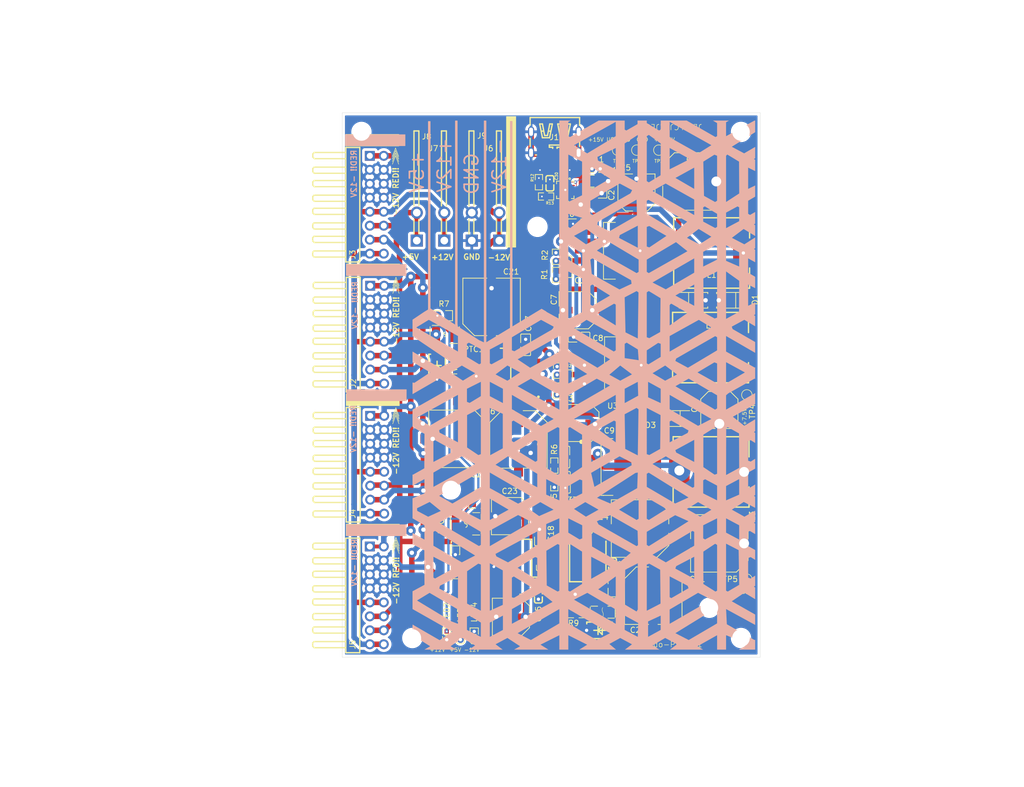
<source format=kicad_pcb>
(kicad_pcb (version 20241229) (generator "pcbnew") (generator_version "9.0")
  (layers (0 "F.Cu" signal) (2 "B.Cu" signal) (13 "F.Paste" user) (15 "B.Paste" user) (5 "F.SilkS" user "F.Silkscreen") (7 "B.SilkS" user "B.Silkscreen") (1 "F.Mask" user) (3 "B.Mask" user) (25 "Edge.Cuts" user))
  (net 0 "")
  (net 1 "+15V -> +13.5V gen")
  (net 2 "/DC-DC Conversion/+13.5V OUT")
  (net 3 "/DC-DC Conversion/+7.5V OUT")
  (net 4 "/DC-DC Conversion/-13.5V OUT")
  (net 5 "Net-(C16-Pad2)")
  (net 6 "Net-(U6-OUT)")
  (net 7 "Net-(U7-OUT)")
  (net 8 "Net-(U8-OUT)")
  (net 9 "Net-(U1-VDD)")
  (net 10 "Net-(U2-Feedback)")
  (net 11 "Net-(U3-Feedback)")
  (net 12 "Net-(U4-Feedback)")
  (net 13 "Net-(D1-K)")
  (net 14 "Net-(D2-K)")
  (net 15 "Net-(D3-K)")
  (net 16 "Net-(J1-CC1)")
  (net 17 "Net-(J1-CC2)")
  (net 18 "-12V rail")
  (net 19 "CV rail")
  (net 20 "+12V rail")
  (net 21 "+5V rail")
  (net 22 "GATE rail")
  (net 23 "Net-(LED2-A)")
  (net 24 "Net-(LED3-A)")
  (net 25 "Net-(U1-CFG1)")
  (net 28 "unconnected-(U1-GATE-Pad5)")
  (net 29 "Net-(U1-DM)")
  (net 36 "GND")
  (net 37 "Net-(LED4-C)")
  (net 38 "GND rail")
  (footprint "zudo-pd:C0603" (layer "F.Cu") (at 37.76 12.8325 90)
    (property "Reference" "C30")
    (property "Value" "1uF")
  )
  (footprint "zudo-pd:R0603" (layer "F.Cu") (at 35.76 12.6325 -90)
    (property "Reference" "R12")
    (property "Value" "5.1k")
  )
  (footprint "zudo-pd:C0805" (layer "F.Cu") (at 42.96 20.2025 180)
    (property "Reference" "C6")
    (property "Value" "100nF")
  )
  (footprint "zudo-pd:C0805" (layer "F.Cu") (at 49.24 86.0425 90)
    (property "Reference" "C19")
    (property "Value" "100nF")
  )
  (footprint "zudo-pd:CONN-TH_1217754-1" (layer "F.Cu") (at 18.56 20.71 180)
    (property "Reference" "J7")
    (property "Value" "1217754-1" (hide yes))
  )
  (footprint "zudo-pd:CONN-TH_1217754-1" (layer "F.Cu") (at 23.56 20.71 180)
    (property "Reference" "J9")
    (property "Value" "1217754-1" (hide yes))
  )
  (footprint "TestPoint:TestPoint_Pad_D1.5mm" (layer "F.Cu") (at 50.06 6.8025)
    (property "Reference" "TP1")
    (property "Value" "+15V USB-PD")
  )
  (footprint "zudo-pd:C0805" (layer "F.Cu") (at 40.96 48.7025 -90)
    (property "Reference" "C32")
    (property "Value" "22nF")
  )
  (footprint "zudo-pd:IND-SMD_L13.8-W12.8" (layer "F.Cu") (at 66.96 42.7025)
    (property "Reference" "L2")
    (property "Value" "100uH")
  )
  (footprint "zudo-pd:TO-263-2_L10.0-W9.1-P5.08-LS15.2-TL" (layer "F.Cu") (at 29.46 47.9025 180)
    (property "Reference" "U6")
    (property "Value" "L7812CD2T-TR")
  )
  (footprint "zudo-pd:D-FLAT_L4.3-W2.6-LS5.3-RD" (layer "F.Cu") (at 46.76 94.1025)
    (property "Reference" "TVS3")
    (property "Value" "SMAJ15A_C571368" (hide yes))
  )
  (footprint "MountingHole:MountingHole_3.2mm_M3" (layer "F.Cu") (at 72.5 3.5)
    (property "Reference" "REF**" (hide yes))
    (property "Value" "MountingHole_3.2mm_M3")
  )
  (footprint "MountingHole:MountingHole_3.2mm_M3" (layer "F.Cu") (at 12.75 95.5)
    (property "Reference" "REF**" (hide yes))
    (property "Value" "MountingHole_3.2mm_M3")
  )
  (footprint "zudo-pd:C0603" (layer "F.Cu") (at 49.14 82.3425 -90)
    (property "Reference" "C16")
    (property "Value" "470nF")
  )
  (footprint "zudo-pd:HDR-TH_16P-P2.54-H-M-R2-C8-S2.54" (layer "F.Cu") (at 6.29 87.75 -90)
    (property "Reference" "J5")
    (property "Value" "2541WR-2X08P" (hide yes))
  )
  (footprint "zudo-pd:CAP-SMD_BD6.3-L6.6-W6.6-LS7.3-FD" (layer "F.Cu") (at 53.5 14.5 90)
    (property "Reference" "C5")
    (property "Value" "100uF")
  )
  (footprint "zudo-pd:LED0603-RD" (layer "F.Cu") (at 19 95.0525 90)
    (property "Reference" "LED2")
    (property "Value" "Green")
  )
  (footprint "zudo-pd:QFN-20_L3.0-W3.0-P0.40-BL-EP1.7" (layer "F.Cu") (at 40.56 14.0325 180)
    (property "Reference" "U1")
    (property "Value" "CH224D")
  )
  (footprint "MountingHole:MountingHole_3.2mm_M3" (layer "F.Cu") (at 3.5 3.5)
    (property "Reference" "REF**" (hide yes))
    (property "Value" "MountingHole_3.2mm_M3")
  )
  (footprint "zudo-pd:TO-263-5_L10.2-W8.9-P1.70-BR" (layer "F.Cu") (at 49.2 45.9025 180)
    (property "Reference" "U3")
    (property "Value" "LM2596S-ADJ")
  )
  (footprint "zudo-pd:F1206" (layer "F.Cu") (at 47.36 90.8025)
    (property "Reference" "PTC3")
    (property "Value" "BSMD1206-150-16V" (hide yes))
  )
  (footprint "zudo-pd:R0805" (layer "F.Cu") (at 42.56 90.9025 180)
    (property "Reference" "R9")
    (property "Value" "1k")
  )
  (footprint "zudo-pd:IND-SMD_L13.8-W12.8" (layer "F.Cu") (at 67.06 65.3025)
    (property "Reference" "L3")
    (property "Value" "100uH")
  )
  (footprint "MountingHole:MountingHole_3.2mm_M3" (layer "F.Cu") (at 35.5 20.75)
    (property "Reference" "REF**" (hide yes))
    (property "Value" "MountingHole_3.2mm_M3")
  )
  (footprint "zudo-pd:C0805" (layer "F.Cu") (at 33.35 42.2025 -90)
    (property "Reference" "C17")
    (property "Value" "100nF")
  )
  (footprint "zudo-pd:F1210" (layer "F.Cu") (at 18.65 40.3025 180)
    (property "Reference" "PTC1")
    (property "Value" "SMD1210P200TF" (hide yes))
  )
  (footprint "zudo-pd:HDR-TH_16P-P2.54-H-M-R2-C8-S2.54" (layer "F.Cu") (at 6.36 64 -90)
    (property "Reference" "J4")
    (property "Value" "2541WR-2X08P" (hide yes))
  )
  (footprint "zudo-pd:CAP-SMD_BD6.3-L6.6-W6.6-FD" (layer "F.Cu") (at 30.5 73.3425 180)
    (property "Reference" "C23")
    (property "Value" "470uF")
  )
  (footprint "zudo-pd:SOD-323_L1.8-W1.3-LS2.5-FD" (layer "F.Cu") (at 20.57 79.1425 90)
    (property "Reference" "TVS2")
    (property "Value" "SD05_C502527")
  )
  (footprint "zudo-pd:CAP-SMD_BD10.0-L10.3-W10.3-LS11.0-FD" (layer "F.Cu") (at 32.05 59.4025 -90)
    (property "Reference" "C20")
    (property "Value" "470uF")
  )
  (footprint "zudo-pd:R0603" (layer "F.Cu") (at 38.86 29.5025 90)
    (property "Reference" "R1")
    (property "Value" "10k")
  )
  (footprint "zudo-pd:F1812" (layer "F.Cu") (at 22.47 74.7425 180)
    (property "Reference" "PTC2")
    (property "Value" "mSMD110-33V" (hide yes))
  )
  (footprint "MountingHole:MountingHole_3.2mm_M3" (layer "F.Cu") (at 72.5 95.5)
    (property "Reference" "REF**" (hide yes))
    (property "Value" "MountingHole_3.2mm_M3")
  )
  (footprint "zudo-pd:C1206" (layer "F.Cu") (at 46.75 12.4325 180)
    (property "Reference" "C1")
    (property "Value" "10uF")
  )
  (footprint "zudo-pd:CAP-SMD_BD10.0-L10.3-W10.3-LS11.0-FD" (layer "F.Cu") (at 20.95 59.3025 180)
    (property "Reference" "C14")
    (property "Value" "470uF")
  )
  (footprint "TestPoint:TestPoint_Pad_D1.5mm" (layer "F.Cu") (at 73.56 84.8025 90)
    (property "Reference" "TP5")
    (property "Value" "-13.5V")
  )
  (footprint "zudo-pd:CAP-SMD_BD6.3-L6.6-W6.6-LS7.3-FD" (layer "F.Cu") (at 42.79 35.9025 180)
    (property "Reference" "C7")
    (property "Value" "100uF")
  )
  (footprint "zudo-pd:C0805" (layer "F.Cu") (at 40.56 67.2025 90)
    (property "Reference" "C33")
    (property "Value" "22nF")
  )
  (footprint "zudo-pd:R0603" (layer "F.Cu") (at 38.86 26.2025 -90)
    (property "Reference" "R2")
    (property "Value" "1k")
  )
  (footprint "zudo-pd:R0805" (layer "F.Cu") (at 18.3 36.9025 180)
    (property "Reference" "R7")
    (property "Value" "1k")
  )
  (footprint "zudo-pd:TO-263-5_L10.2-W8.9-P1.70-BR" (layer "F.Cu") (at 49 25.1025 180)
    (property "Reference" "U2" (hide yes))
    (property "Value" "LM2596S-ADJ")
  )
  (footprint "zudo-pd:HDR-TH_16P-P2.54-H-M-R2-C8-S2.54" (layer "F.Cu") (at 6.36 40.35 -90)
    (property "Reference" "J2")
    (property "Value" "2541WR-2X08P" (hide yes))
  )
  (footprint "zudo-pd:R0603" (layer "F.Cu") (at 39.06 50.5025 -90)
    (property "Reference" "R3")
    (property "Value" "5.1k")
  )
  (footprint "zudo-pd:TYPE-C-SMD_TYPE-C-6P" (layer "F.Cu") (at 38.66 5.5 180)
    (property "Reference" "J1")
    (property "Value" "USB-C")
  )
  (footprint "zudo-pd:R0805" (layer "F.Cu") (at 24.75 71 180)
    (property "Reference" "R8")
    (property "Value" "1k")
  )
  (footprint "zudo-pd:CAP-SMD_BD6.3-L6.6-W6.6-FD" (layer "F.Cu") (at 30.67 91.6425 180)
    (property "Reference" "C22")
    (property "Value" "470uF")
  )
  (footprint "MountingHole:MountingHole_3.2mm_M3" (layer "F.Cu") (at 66.75 90)
    (property "Reference" "REF**" (hide yes))
    (property "Value" "MountingHole_3.2mm_M3")
  )
  (footprint "zudo-pd:C0805" (layer "F.Cu") (at 43.06 40.8025 180)
    (property "Reference" "C8")
    (property "Value" "100nF")
  )
  (footprint "zudo-pd:C0805" (layer "F.Cu") (at 40.86 28.0025 -90)
    (property "Reference" "C31")
    (property "Value" "22nF")
  )
  (footprint "zudo-pd:C0805" (layer "F.Cu") (at 35.87 76.7425 90)
    (property "Reference" "C18")
    (property "Value" "100nF")
  )
  (footprint "zudo-pd:LED0603-RD" (layer "F.Cu") (at 24 95.0525 90)
    (property "Reference" "LED4")
    (property "Value" "Red")
  )
  (footprint "zudo-pd:R0603" (layer "F.Cu") (at 39.06 46.9025 90)
    (property "Reference" "R4")
    (property "Value" "1k")
  )
  (footprint "zudo-pd:CAP-SMD_BD10.0-L10.3-W10.3-LS11.0-FD" (layer "F.Cu") (at 68.56 78.3025 180)
    (property "Reference" "C11")
    (property "Value" "470uF 25V")
  )
  (footprint "zudo-pd:CAP-SMD_BD6.3-L6.6-W6.6-LS7.3-FD" (layer "F.Cu") (at 43.29 56.4025 180)
    (property "Reference" "C9")
    (property "Value" "100uF")
  )
  (footprint "zudo-pd:CAP-SMD_BD10.0-L10.3-W10.3-LS11.0-FD" (layer "F.Cu") (at 54.14 75.6 180)
    (property "Reference" "C24")
    (property "Value" "470uF")
  )
  (footprint "zudo-pd:TO-263-2_L10.0-W9.2-P5.08-LS15.3-TL-CW" (layer "F.Cu") (at 32.97 82.5425 180)
    (property "Reference" "U7")
    (property "Value" "L7805ABD2T-TR" (hide yes))
  )
  (footprint "TestPoint:TestPoint_Pad_D1.5mm" (layer "F.Cu") (at 53.56 6.8025)
    (property "Reference" "TP2")
    (property "Value" "GND")
  )
  (footprint "zudo-pd:CAP-SMD_BD10.0-L10.3-W10.3-LS11.0-FD" (layer "F.Cu") (at 27.15 35.3025 90)
    (property "Reference" "C21")
    (property "Value" "470uF")
  )
  (footprint "zudo-pd:CONN-TH_1217754-1" (layer "F.Cu") (at 13.56 20.71 180)
    (property "Reference" "J8")
    (property "Value" "1217754-1" (hide yes))
  )
  (footprint "zudo-pd:R0603" (layer "F.Cu") (at 38.56 64.1525 90)
    (property "Reference" "R6")
    (property "Value" "1k")
  )
  (footprint "zudo-pd:C0805" (layer "F.Cu") (at 46.16 14.6325 180)
    (property "Reference" "C2")
    (property "Value" "100nF")
  )
  (footprint "zudo-pd:SMA_L4.3-W2.6-LS5.2-RD" (layer "F.Cu") (at 60.56 55.6025 180)
    (property "Reference" "D3")
    (property "Value" "SS34")
  )
  (footprint "zudo-pd:R0603" (layer "F.Cu") (at 46.16 10.2025)
    (property "Reference" "R11")
    (property "Value" "56k")
  )
  (footprint "zudo-pd:CONN-TH_1217754-1" (layer "F.Cu") (at 28.56 20.71 180)
    (property "Reference" "J6")
    (property "Value" "1217754-1" (hide yes))
  )
  (footprint "zudo-pd:IND-SMD_L13.8-W12.8" (layer "F.Cu") (at 67.16 25.5025 180)
    (property "Reference" "L1")
    (property "Value" "100uH")
  )
  (footprint "zudo-pd:TO-252-3_L6.5-W5.8-P4.58-BL" (layer "F.Cu") (at 44.65 83.8025)
    (property "Reference" "U8")
    (property "Value" "CJ7912_C94173" (hide yes))
  )
  (footprint "zudo-pd:R0603" (layer "F.Cu") (at 38.56 67.3525 -90)
    (property "Reference" "R5")
    (property "Value" "10k")
  )
  (footprint "zudo-pd:R0603" (layer "F.Cu") (at 37.06 15.2325)
    (property "Reference" "R13")
    (property "Value" "5.1k")
  )
  (footprint "zudo-pd:C0805" (layer "F.Cu") (at 40.46 62.6025 -90)
    (property "Reference" "C10")
    (property "Value" "100nF")
  )
  (footprint "zudo-pd:D-FLAT_L4.3-W2.6-LS5.3-RD" (layer "F.Cu") (at 17.25 46.2025 -90)
    (property "Reference" "TVS1")
    (property "Value" "SMAJ15A_C571368" (hide yes))
  )
  (footprint "zudo-pd:C0603" (layer "F.Cu") (at 35.67 87.7425 -90)
    (property "Reference" "C15")
    (property "Value" "470nF")
  )
  (footprint "TestPoint:TestPoint_Pad_D1.5mm" (layer "F.Cu") (at 73.56 51.3025)
    (property "Reference" "TP4")
    (property "Value" "+7.5V")
  )
  (footprint "zudo-pd:LED0603-RD" (layer "F.Cu") (at 21.5 95.0525 90)
    (property "Reference" "LED3")
    (property "Value" "Blue")
  )
  (footprint "zudo-pd:CAP-SMD_BD10.0-L10.3-W10.3-LS11.0-FD" (layer "F.Cu") (at 63.5 12.5)
    (property "Reference" "C3")
    (property "Value" "470uF 25V")
  )
  (footprint "MountingHole:MountingHole_3.2mm_M3" (layer "F.Cu") (at 19.75 68.5)
    (property "Reference" "REF**" (hide yes))
    (property "Value" "MountingHole_3.2mm_M3")
  )
  (footprint "zudo-pd:CAP-SMD_BD6.3-L6.6-W6.6-FD" (layer "F.Cu") (at 68.56 54.0525 -90)
    (property "Reference" "C4")
    (property "Value" "470uF 16V")
  )
  (footprint "TestPoint:TestPoint_Pad_D1.5mm" (layer "F.Cu") (at 57.56 6.8025)
    (property "Reference" "TP3")
    (property "Value" "+13.5V")
  )
  (footprint "zudo-pd:HDR-TH_16P-P2.54-H-M-R2-C8-S2.54" (layer "F.Cu") (at 6.29 16.7325 -90)
    (property "Reference" "J3")
    (property "Value" "2541WR-2X08P" (hide yes))
  )
  (footprint "zudo-pd:SMA_L4.3-W2.6-LS5.2-RD" (layer "F.Cu") (at 70.66 34.1025 180)
    (property "Reference" "D1")
    (property "Value" "SS34")
  )
  (footprint "zudo-pd:CAP-SMD_BD10.0-L10.3-W10.3-LS11.0-FD" (layer "F.Cu") (at 56.56 87.8025 -90)
    (property "Reference" "C25")
    (property "Value" "470uF")
  )
  (footprint "zudo-pd:SMA_L4.3-W2.6-LS5.2-RD" (layer "F.Cu") (at 63.86 34.1025)
    (property "Reference" "D2")
    (property "Value" "SS34")
  )
  (footprint "zudo-pd:TO-263-5_L10.2-W8.9-P1.70-BR" (layer "F.Cu") (at 48.56 64.4025 180)
    (property "Reference" "U4")
    (property "Value" "LM2596S-ADJ")
  )
  (gr_rect (start 0.7225 74.8) (end 10.3975 76.9) (stroke (width 0.1)) (fill yes) (layer "F.SilkS"))
  (gr_rect (start 0.7225 51.15) (end 10.3975 53.25) (stroke (width 0.1)) (fill yes) (layer "F.SilkS"))
  (gr_rect (start 29.86 0.7025) (end 31.56 24.4525) (stroke (width 0.1)) (fill yes) (layer "F.SilkS"))
  (gr_rect (start 0.7725 27.5) (end 10.4475 29.6) (stroke (width 0.1)) (fill yes) (layer "F.SilkS"))
  (gr_rect (start 0.625 3.95) (end 10.3 6.05) (stroke (width 0.1)) (fill yes) (layer "F.SilkS"))
  (gr_rect (start 20.575 1.4875) (end 20.925 39.2125) (stroke (width 0.1)) (fill yes) (layer "B.SilkS"))
  (gr_rect (start 0.785 74.8875) (end 11.635 76.9125) (stroke (width 0.1)) (fill yes) (layer "B.SilkS"))
  (gr_rect (start 15.65 1.5875) (end 16 36.6125) (stroke (width 0.1)) (fill yes) (layer "B.SilkS"))
  (gr_rect (start 25.8 1.4875) (end 26.15 42.5125) (stroke (width 0.1)) (fill yes) (layer "B.SilkS"))
  (gr_rect (start 0.775 27.5875) (end 11.625 29.6125) (stroke (width 0.1)) (fill yes) (layer "B.SilkS"))
  (gr_rect (start 0.575 3.9875) (end 11.425 6.0125) (stroke (width 0.1)) (fill yes) (layer "B.SilkS"))
  (gr_rect (start 30.55 1.5625) (end 30.9 39.5875) (stroke (width 0.1)) (fill yes) (layer "B.SilkS"))
  (gr_poly (pts (xy 41.104705 1.664817) (xy 41.104705 4.265485) (xy 41.407731 4.424739) (xy 46.624203 1.430925) (xy 51.359136 1.430925) (xy 51.359136 3.076422) (xy 51.662162 3.235674) (xy 53.693578 2.068624) (xy 53.684979 1.430925) (xy 55.371752 1.430925) (xy 55.371752 1.887702) (xy 57.59544 3.235674) (xy 57.898466 3.076422) (xy 57.898466 1.430925) (xy 62.629612 1.430925) (xy 67.849528 4.424739) (xy 68.152554 4.265485) (xy 68.152554 1.887702) (xy 67.388277 1.430925) (xy 70.313986 1.430925) (xy 69.787036 1.739112) (xy 69.787036 4.265485) (xy 74.948137 1.430925) (xy 75.077803 1.430925) (xy 75.077803 3.542829) (xy 70.821665 6.193028) (xy 73.068055 7.389658) (xy 75.077808 6.213321) (xy 75.077808 8.276039) (xy 74.840133 8.424973) (xy 75.077808 8.563245) (xy 75.077808 10.617363) (xy 73.799658 9.987232) (xy 73.799658 13.851605) (xy 75.077808 13.228353) (xy 75.077808 15.257707) (xy 73.799658 16.006505) (xy 73.799658 18.38429) (xy 74.144648 18.586194) (xy 75.077808 18.042396) (xy 75.077808 20.167714) (xy 74.838065 20.314928) (xy 75.077808 20.444257) (xy 75.077808 22.420296) (xy 72.980006 21.140084) (xy 70.84643 22.75084) (xy 73.104857 23.926491) (xy 75.07815 22.675514) (xy 75.07815 24.653962) (xy 74.840128 24.77641) (xy 75.07815 24.913995) (xy 75.07815 27.198221) (xy 73.8 26.483475) (xy 73.8 29.084142) (xy 75.07815 29.831909) (xy 75.07815 31.905978) (xy 73.8 31.23904) (xy 73.8 35.1) (xy 75.07815 34.472963) (xy 75.07815 36.673266) (xy 74.840128 36.807065) (xy 75.07815 36.948777) (xy 75.07815 38.835045) (xy 73.104857 37.657332) (xy 70.820291 38.894894) (xy 70.976443 39.335503) (xy 75.077803 41.689212) (xy 75.077803 43.660439) (xy 69.787031 40.598863) (xy 69.787031 43.422417) (xy 74.977024 46.324392) (xy 75.07815 46.26764) (xy 75.07815 48.407405) (xy 74.952947 48.349621) (xy 70.182937 51.025962) (xy 69.787383 51.373357) (xy 69.787383 53.974026) (xy 75.078155 50.962669) (xy 75.078155 52.977578) (xy 71.019101 55.276253) (xy 73.095579 56.921407) (xy 75.077813 55.738189) (xy 75.077813 57.898594) (xy 74.83807 58.059566) (xy 75.077813 58.197494) (xy 75.077813 60.049021) (xy 74.255404 59.534459) (xy 73.799662 59.696116) (xy 73.799662 63.262963) (xy 74.255404 63.424625) (xy 75.077813 62.910064) (xy 75.077813 64.709312) (xy 73.799662 65.418211) (xy 73.799662 68.018881) (xy 74.102689 68.178132) (xy 75.078155 67.5793) (xy 75.078155 69.522665) (xy 74.840133 69.655772) (xy 75.078155 69.792326) (xy 75.078155 71.836465) (xy 72.996173 70.766414) (xy 70.834742 72.164262) (xy 73.122749 73.44516) (xy 75.078502 72.338649) (xy 75.078502 74.419599) (xy 74.84048 74.556148) (xy 75.078502 74.68926) (xy 75.078502 76.613017) (xy 74.103036 76.033793) (xy 73.80001 76.193045) (xy 73.80001 78.793715) (xy 75.07816 79.502614) (xy 75.07816 81.301862) (xy 74.255752 80.7873) (xy 73.80001 80.948957) (xy 73.80001 84.515804) (xy 74.255752 84.677461) (xy 75.07816 84.162904) (xy 75.07816 86.014426) (xy 74.838417 86.152359) (xy 75.07816 86.313332) (xy 75.07816 88.446908) (xy 73.122754 87.264032) (xy 70.820648 88.821132) (xy 75.078165 91.233658) (xy 75.078165 93.120261) (xy 69.78843 90.237542) (xy 69.924637 92.998832) (xy 74.953304 95.862627) (xy 75.078507 95.804496) (xy 75.078507 97.609928) (xy 72.07919 97.609928) (xy 73.205309 96.996655) (xy 71.225137 95.562353) (xy 69.787736 94.993444) (xy 69.787736 97.609591) (xy 68.152902 97.609591) (xy 68.152902 94.993444) (xy 64.586054 96.997687) (xy 65.614147 97.609591) (xy 59.568733 97.609591) (xy 60.863387 96.635841) (xy 58.716401 95.49115) (xy 56.424952 96.847723) (xy 57.667674 97.609591) (xy 51.39525 97.609591) (xy 52.677526 96.646165) (xy 50.54189 95.495623) (xy 48.568602 96.581499) (xy 49.783806 97.609928) (xy 43.100693 97.609928) (xy 44.533625 96.714264) (xy 41.105047 94.993781) (xy 41.105047 97.609918) (xy 39.470213 97.609918) (xy 39.470213 94.993781) (xy 36.046454 96.707381) (xy 37.483856 97.610265) (xy 31.231381 97.610265) (xy 32.33652 96.998371) (xy 30.031999 95.491834) (xy 27.882603 96.635493) (xy 29.175198 97.610275) (xy 23.003554 97.610275) (xy 24.161318 96.855291) (xy 21.858173 95.492181) (xy 19.70465 96.998024) (xy 20.813571 97.610613) (xy 14.9367 97.610613) (xy 15.988868 96.998718) (xy 12.785928 94.993097) (xy 12.785584 94.993444) (xy 12.785584 93.049038) (xy 17.706596 95.88773) (xy 20.007333 94.329945) (xy 12.78696 90.236144) (xy 12.785584 90.237175) (xy 12.785584 88.680085) (xy 13.602485 88.680085) (xy 19.902081 92.493211) (xy 21.041959 92.913863) (xy 21.041959 91.6505) (xy 22.676794 91.6505) (xy 22.676794 94.028283) (xy 25.203168 95.291645) (xy 25.203168 92.69099) (xy 26.838002 92.69099) (xy 26.838002 95.291655) (xy 28.099715 94.621283) (xy 31.891093 94.621283) (xy 34.304994 95.861258) (xy 39.470213 92.839575) (xy 39.470213 92.839565) (xy 41.104705 92.839565) (xy 46.269925 95.861248) (xy 48.683482 94.619894) (xy 47.660058 94.028293) (xy 51.359133 94.028293) (xy 53.731413 95.287866) (xy 53.808803 92.767341) (xy 53.288677 92.482887) (xy 55.609769 92.482887) (xy 55.609769 95.284772) (xy 56.821296 94.619547) (xy 60.57378 94.619547) (xy 62.990085 95.863995) (xy 68.152554 92.839565) (xy 68.152554 90.461436) (xy 67.564042 90.317324) (xy 60.57378 94.619547) (xy 56.821296 94.619547) (xy 57.898124 94.028283) (xy 57.898124 91.427628) (xy 55.609769 92.482887) (xy 53.288677 92.482887) (xy 51.359133 91.427628) (xy 51.359133 94.028293) (xy 47.660058 94.028293) (xy 41.104705 90.238901) (xy 41.104705 92.839565) (xy 39.470213 92.839565) (xy 39.470213 90.238911) (xy 31.891093 94.621283) (xy 28.099715 94.621283) (xy 29.215787 94.028293) (xy 29.215787 92.91421) (xy 30.850618 92.91421) (xy 38.238156 88.937026) (xy 37.72844 88.531837) (xy 42.14552 88.531837) (xy 49.724641 92.913863) (xy 49.724641 90.313198) (xy 48.160788 89.396557) (xy 51.352597 89.396557) (xy 53.514031 90.68158) (xy 53.600681 90.53608) (xy 55.371405 90.53608) (xy 55.802334 90.313198) (xy 59.532958 90.313198) (xy 59.533305 90.313198) (xy 59.533305 92.913863) (xy 67.112431 88.531837) (xy 64.693369 87.289115) (xy 59.532958 90.313198) (xy 55.802334 90.313198) (xy 57.869232 89.244173) (xy 57.856517 88.083653) (xy 59.532616 88.083653) (xy 59.835642 88.24291) (xy 62.958094 86.444004) (xy 62.801594 86.00305) (xy 59.532616 84.293924) (xy 59.532616 88.083653) (xy 57.856517 88.083653) (xy 57.801818 83.091103) (xy 57.42077 82.877157) (xy 60.566208 82.877157) (xy 63.991691 84.740382) (xy 63.991691 80.727761) (xy 60.722023 82.436545) (xy 60.566208 82.877157) (xy 57.42077 82.877157) (xy 55.82371 81.980461) (xy 55.371752 82.139371) (xy 55.371405 90.53608) (xy 53.600681 90.53608) (xy 53.73485 90.310788) (xy 53.735195 81.916489) (xy 51.455097 83.09076) (xy 51.352597 89.396557) (xy 48.160788 89.396557) (xy 44.561827 87.287052) (xy 42.14552 88.531837) (xy 37.72844 88.531837) (xy 36.134852 87.265044) (xy 30.850619 90.238911) (xy 30.850618 92.91421) (xy 29.215787 92.91421) (xy 29.215787 91.427628) (xy 26.838002 92.69099) (xy 25.203168 92.69099) (xy 25.203168 92.690981) (xy 23.164871 91.455141) (xy 22.676794 91.6505) (xy 21.041959 91.6505) (xy 21.041959 90.313545) (xy 15.879145 87.29221) (xy 13.602485 88.680085) (xy 12.785584 88.680085) (xy 12.785584 87.002598) (xy 13.704213 86.505923) (xy 17.642963 86.505923) (xy 21.041271 88.306198) (xy 21.041271 84.294955) (xy 17.773323 86.003744) (xy 17.642963 86.505923) (xy 13.704213 86.505923) (xy 14.954929 85.8297) (xy 14.948591 84.517153) (xy 16.583228 84.517153) (xy 16.886255 84.67641) (xy 19.27147 83.356301) (xy 22.704654 83.356301) (xy 22.705342 89.244173) (xy 25.203168 90.53608) (xy 25.203168 82.139376) (xy 24.747422 81.977714) (xy 22.704654 83.356301) (xy 19.27147 83.356301) (xy 19.759339 83.086287) (xy 19.757619 82.382545) (xy 18.863771 81.916494) (xy 26.838002 81.916494) (xy 26.838003 90.536427) (xy 29.191709 89.47257) (xy 29.191982 84.517163) (xy 30.850619 84.517163) (xy 30.850619 88.08401) (xy 31.153647 88.243257) (xy 34.414717 86.300587) (xy 31.19561 84.315258) (xy 30.850619 84.517163) (xy 29.191982 84.517163) (xy 29.192054 83.203585) (xy 28.33272 82.733739) (xy 31.893157 82.733739) (xy 35.001508 84.67882) (xy 35.457252 84.517163) (xy 35.457252 80.950316) (xy 35.112262 80.748411) (xy 31.893157 82.733739) (xy 28.33272 82.733739) (xy 26.838002 81.916494) (xy 18.863771 81.916494) (xy 16.583228 80.727419) (xy 16.583228 84.517153) (xy 14.948591 84.517153) (xy 14.924661 79.561746) (xy 12.785584 78.459362) (xy 12.785584 76.397673) (xy 14.948738 77.606346) (xy 14.948738 76.194736) (xy 16.583572 76.194736) (xy 16.583572 78.721113) (xy 21.747418 81.742444) (xy 24.164757 80.502821) (xy 23.691243 80.212178) (xy 27.871254 80.212178) (xy 28.02741 80.652794) (xy 30.14482 81.746233) (xy 33.676305 79.636396) (xy 37.116165 79.636396) (xy 37.188397 85.943214) (xy 39.167187 87.054202) (xy 39.470213 86.894946) (xy 39.470558 86.894946) (xy 39.470558 78.572528) (xy 39.470539 78.572519) (xy 41.104705 78.572519) (xy 41.104705 86.894946) (xy 41.407731 87.054192) (xy 42.046477 86.653487) (xy 46.548535 86.653487) (xy 49.421615 88.243257) (xy 49.724641 88.084) (xy 49.724644 84.294276) (xy 46.548535 86.653487) (xy 42.046477 86.653487) (xy 43.602528 85.677326) (xy 43.602528 84.739688) (xy 45.267979 84.739688) (xy 48.541086 82.887477) (xy 48.683484 82.513253) (xy 45.267979 80.727419) (xy 45.267979 84.739688) (xy 43.602528 84.739688) (xy 43.602528 79.790138) (xy 41.407731 78.413267) (xy 41.104705 78.572519) (xy 39.470539 78.572519) (xy 39.167532 78.413277) (xy 37.116165 79.636396) (xy 33.676305 79.636396) (xy 35.4576 78.572186) (xy 35.4576 76.120107) (xy 27.871254 80.212178) (xy 23.691243 80.212178) (xy 16.886599 76.035484) (xy 16.583572 76.194736) (xy 14.948738 76.194736) (xy 14.948738 75.005676) (xy 14.182369 74.557844) (xy 17.624045 74.557844) (xy 24.857488 78.774434) (xy 25.203168 78.572524) (xy 25.20351 76.194746) (xy 24.822527 75.971859) (xy 26.838002 75.971859) (xy 26.838002 78.795416) (xy 33.757477 74.783141) (xy 37.092431 74.783141) (xy 37.092431 77.606698) (xy 39.469579 76.343673) (xy 41.104705 76.343673) (xy 43.143347 77.57917) (xy 43.631077 77.383801) (xy 43.631077 76.130421) (xy 45.357749 76.130421) (xy 45.419661 78.864545) (xy 50.426318 81.745196) (xy 52.043776 80.355942) (xy 56.414979 80.355942) (xy 58.831284 81.745191) (xy 62.167252 79.790133) (xy 65.654732 79.790133) (xy 65.654732 85.677316) (xy 67.849528 87.054182) (xy 68.152554 86.894936) (xy 69.787388 86.894936) (xy 70.090415 87.054182) (xy 72.171712 85.830047) (xy 72.069212 79.52425) (xy 69.787388 78.349636) (xy 69.787388 86.894936) (xy 68.152554 86.894936) (xy 68.152559 78.572519) (xy 67.802407 78.366488) (xy 65.654732 79.790133) (xy 62.167252 79.790133) (xy 63.991348 78.721113) (xy 63.991348 76.194736) (xy 63.688664 76.035827) (xy 56.414979 80.355942) (xy 52.043776 80.355942) (xy 52.454639 80.003047) (xy 45.357749 76.130421) (xy 43.631077 76.130421) (xy 43.631077 75.006018) (xy 42.168081 74.274421) (xy 46.296071 74.274421) (xy 46.610449 74.850893) (xy 53.517475 78.797474) (xy 53.774414 78.610356) (xy 53.704463 76.194731) (xy 55.371757 76.194731) (xy 55.371757 78.572514) (xy 55.740134 78.799527) (xy 61.780875 75.005676) (xy 65.626182 75.005676) (xy 65.626182 77.383459) (xy 65.971172 77.585364) (xy 68.152554 76.417623) (xy 68.152554 76.342984) (xy 69.787388 76.342984) (xy 72.165171 77.606346) (xy 72.165171 75.005676) (xy 69.787388 73.742314) (xy 69.787388 76.342984) (xy 68.152554 76.342984) (xy 68.152554 73.742314) (xy 65.626182 75.005676) (xy 61.780875 75.005676) (xy 62.956725 74.267191) (xy 60.53319 73.173406) (xy 55.371757 76.194731) (xy 53.704463 76.194731) (xy 53.699085 76.008998) (xy 48.724075 73.173753) (xy 46.296071 74.274421) (xy 42.168081 74.274421) (xy 41.104705 73.742661) (xy 41.104705 76.343673) (xy 39.469579 76.343673) (xy 39.470213 76.343336) (xy 39.470213 73.742671) (xy 37.092431 74.783141) (xy 33.757477 74.783141) (xy 34.404052 74.408223) (xy 31.976738 73.146587) (xy 26.838002 75.971859) (xy 24.822527 75.971859) (xy 21.520128 74.039851) (xy 26.838002 74.039851) (xy 30.249036 72.166305) (xy 30.025047 72.035598) (xy 33.97204 72.035598) (xy 35.797427 73.331631) (xy 38.422863 72.1663) (xy 38.192844 72.035251) (xy 42.145527 72.035251) (xy 44.311777 73.443414) (xy 46.596339 72.1663) (xy 50.326226 72.1663) (xy 53.52263 74.040872) (xy 53.88585 73.816959) (xy 53.88585 70.399043) (xy 53.885279 70.398691) (xy 55.371757 70.398691) (xy 55.371757 73.816612) (xy 55.73635 74.041904) (xy 58.915769 72.049002) (xy 62.660919 72.049002) (xy 65.070693 73.423111) (xy 67.111742 72.180047) (xy 64.697843 70.794929) (xy 62.660919 72.049002) (xy 58.915769 72.049002) (xy 58.938262 72.034904) (xy 55.73635 70.173399) (xy 55.371757 70.398691) (xy 53.885279 70.398691) (xy 53.52263 70.175125) (xy 50.326226 72.1663) (xy 46.596339 72.1663) (xy 46.596348 72.166295) (xy 44.189671 70.794934) (xy 42.145527 72.035251) (xy 38.192844 72.035251) (xy 36.015841 70.794939) (xy 33.97204 72.035598) (xy 30.025047 72.035598) (xy 26.838002 70.175819) (xy 26.838002 74.039851) (xy 21.520128 74.039851) (xy 20.037945 73.172726) (xy 17.624045 74.557844) (xy 14.182369 74.557844) (xy 12.785584 73.741625) (xy 12.785584 71.90558) (xy 13.604893 71.90558) (xy 13.636193 72.382993) (xy 15.630463 73.448571) (xy 17.915034 72.397781) (xy 17.646707 72.180404) (xy 21.637008 72.180404) (xy 25.203168 74.039846) (xy 25.203168 70.175814) (xy 21.637008 72.180404) (xy 17.646707 72.180404) (xy 15.902534 70.767416) (xy 13.604893 71.90558) (xy 12.785584 71.90558) (xy 12.785584 70.100485) (xy 13.858373 69.658847) (xy 17.624046 69.658847) (xy 20.037601 71.042939) (xy 25.203168 68.020919) (xy 25.202823 65.642794) (xy 24.857145 65.440889) (xy 17.624046 69.658847) (xy 13.858373 69.658847) (xy 14.948738 69.209974) (xy 14.948738 66.609304) (xy 12.785584 67.817972) (xy 12.785584 65.770734) (xy 12.874325 65.802036) (xy 13.5558 65.420249) (xy 16.583572 65.420249) (xy 16.583572 68.020919) (xy 21.318864 65.420249) (xy 26.838002 65.420249) (xy 26.838003 68.243811) (xy 31.976396 71.068736) (xy 34.404397 69.807442) (xy 33.758391 69.432871) (xy 37.092431 69.432871) (xy 39.470213 70.472998) (xy 39.470213 67.872676) (xy 39.469551 67.872324) (xy 41.104705 67.872324) (xy 41.104705 70.472993) (xy 42.031889 70.009337) (xy 46.32531 70.009337) (xy 48.72373 71.041897) (xy 53.630297 68.251021) (xy 53.726968 65.643121) (xy 55.371757 65.643121) (xy 55.371757 68.020904) (xy 60.53319 71.042234) (xy 62.956725 69.948449) (xy 55.717431 65.441216) (xy 55.371757 65.643121) (xy 53.726968 65.643121) (xy 53.735205 65.420934) (xy 53.297345 65.499352) (xy 46.32531 70.009337) (xy 42.031889 70.009337) (xy 43.631077 69.209631) (xy 43.631077 66.831854) (xy 43.179117 66.673629) (xy 41.104705 67.872324) (xy 39.469551 67.872324) (xy 37.092431 66.609314) (xy 37.092431 69.432871) (xy 33.758391 69.432871) (xy 26.838002 65.420249) (xy 21.318864 65.420249) (xy 23.898501 64.003487) (xy 27.871253 64.003487) (xy 35.457597 68.095211) (xy 35.457597 65.643136) (xy 33.676884 64.579274) (xy 37.115823 64.579274) (xy 39.167187 65.802393) (xy 39.470213 65.643141) (xy 39.469871 65.643141) (xy 39.469871 57.320724) (xy 39.469852 57.320714) (xy 41.104705 57.320714) (xy 41.104705 65.642789) (xy 41.460355 65.853978) (xy 42.016915 65.482848) (xy 45.254223 65.482848) (xy 45.853397 68.015756) (xy 52.629031 64.088784) (xy 52.593524 63.859703) (xy 56.414979 63.859703) (xy 63.688664 68.179818) (xy 63.991348 68.020904) (xy 63.991348 66.831844) (xy 65.626182 66.831844) (xy 65.626182 69.209626) (xy 68.152554 70.472989) (xy 68.152554 67.871977) (xy 69.787388 67.871977) (xy 69.787388 70.472646) (xy 72.165171 69.432518) (xy 72.165171 66.608962) (xy 69.787388 67.871977) (xy 68.152554 67.871977) (xy 68.152554 67.79768) (xy 65.971172 66.629939) (xy 65.626182 66.831844) (xy 63.991348 66.831844) (xy 63.991348 65.865666) (xy 69.788425 65.865666) (xy 72.167928 64.572386) (xy 72.141099 58.310279) (xy 70.090415 57.161462) (xy 69.808713 57.342386) (xy 69.788425 65.865666) (xy 63.991348 65.865666) (xy 63.991348 65.494532) (xy 62.165443 64.426206) (xy 65.654043 64.426206) (xy 67.696813 65.804788) (xy 68.152554 65.643126) (xy 68.152554 57.320714) (xy 67.849528 57.161462) (xy 65.654732 58.538329) (xy 65.654043 64.426206) (xy 62.165443 64.426206) (xy 58.827505 62.473201) (xy 56.414979 63.859703) (xy 52.593524 63.859703) (xy 52.547514 63.562865) (xy 50.426323 62.470459) (xy 45.254223 65.482848) (xy 42.016915 65.482848) (xy 43.602528 64.425517) (xy 43.602528 63.487889) (xy 45.267979 63.487889) (xy 48.655969 61.68142) (xy 48.668696 61.274173) (xy 45.267979 59.47562) (xy 45.267979 63.487889) (xy 43.602528 63.487889) (xy 43.602528 58.538329) (xy 42.04703 57.562515) (xy 46.548537 57.562515) (xy 49.724644 59.921731) (xy 49.724644 56.131997) (xy 49.421618 55.972745) (xy 46.548537 57.562515) (xy 42.04703 57.562515) (xy 41.407731 57.161462) (xy 41.104705 57.320714) (xy 39.469852 57.320714) (xy 39.166845 57.161472) (xy 37.188052 58.272456) (xy 37.115823 64.579274) (xy 33.676884 64.579274) (xy 30.144817 62.46909) (xy 27.871253 64.003487) (xy 23.898501 64.003487) (xy 24.160285 63.859713) (xy 21.747418 62.473211) (xy 16.583572 65.420249) (xy 13.5558 65.420249) (xy 14.924317 64.653556) (xy 14.948518 59.698497) (xy 16.583572 59.698497) (xy 16.583572 63.488231) (xy 18.863421 62.299518) (xy 26.838002 62.299518) (xy 28.332714 61.482272) (xy 31.893501 61.482272) (xy 35.112607 63.467601) (xy 35.457597 63.265691) (xy 35.457597 59.698849) (xy 35.001853 59.537187) (xy 31.893501 61.482272) (xy 28.332714 61.482272) (xy 29.192053 61.012422) (xy 29.191784 56.131654) (xy 30.850619 56.131654) (xy 30.850619 59.698502) (xy 31.19561 59.900407) (xy 34.414717 57.915078) (xy 31.153647 55.972403) (xy 30.850619 56.131654) (xy 29.191784 56.131654) (xy 29.191708 54.743442) (xy 27.331118 53.902462) (xy 30.850619 53.902462) (xy 36.134855 56.950958) (xy 38.427532 55.683817) (xy 42.145525 55.683817) (xy 44.561832 56.928603) (xy 48.160778 54.819108) (xy 51.352949 54.819108) (xy 51.455104 61.124889) (xy 53.735202 62.299166) (xy 53.863159 53.925159) (xy 53.526042 53.679565) (xy 55.371757 53.679565) (xy 55.372094 62.076274) (xy 55.824057 62.235184) (xy 57.420513 61.338825) (xy 60.56587 61.338825) (xy 60.721681 61.779437) (xy 63.991348 63.488226) (xy 63.991348 59.475605) (xy 60.56587 61.338825) (xy 57.420513 61.338825) (xy 57.80216 61.124542) (xy 57.856867 56.131639) (xy 59.532963 56.131639) (xy 59.532963 59.921374) (xy 62.801946 58.212248) (xy 62.958446 57.771289) (xy 59.835989 55.972388) (xy 59.532963 56.131639) (xy 57.856867 56.131639) (xy 57.869579 54.971471) (xy 55.803347 53.902789) (xy 59.532958 53.902789) (xy 64.693369 56.926877) (xy 67.112084 55.68415) (xy 59.532958 51.302119) (xy 59.532958 53.902789) (xy 55.803347 53.902789) (xy 55.371757 53.679565) (xy 53.526042 53.679565) (xy 53.510944 53.668565) (xy 51.352949 54.819108) (xy 48.160778 54.819108) (xy 49.724649 53.902457) (xy 49.724649 51.301782) (xy 42.145525 55.683817) (xy 38.427532 55.683817) (xy 38.429399 55.682786) (xy 30.850619 51.301787) (xy 30.850619 53.902462) (xy 27.331118 53.902462) (xy 26.838002 53.679575) (xy 26.838002 62.299518) (xy 18.863421 62.299518) (xy 19.757963 61.833104) (xy 19.757963 61.131083) (xy 19.267835 60.859364) (xy 22.704654 60.859364) (xy 24.747422 62.237951) (xy 25.203168 62.076289) (xy 25.203168 53.67958) (xy 22.705342 54.971486) (xy 22.704654 60.859364) (xy 19.267835 60.859364) (xy 16.886599 59.539245) (xy 16.583572 59.698497) (xy 14.948518 59.698497) (xy 14.954929 58.385945) (xy 13.775697 57.699759) (xy 17.629205 57.699759) (xy 17.692149 58.144501) (xy 21.041271 59.921042) (xy 21.041271 55.909799) (xy 17.629205 57.699759) (xy 13.775697 57.699759) (xy 12.785584 57.123619) (xy 12.785584 55.400052) (xy 13.600765 55.400052) (xy 15.879146 56.923787) (xy 21.04196 53.902462) (xy 21.04196 51.301787) (xy 13.600765 55.400052) (xy 12.785584 55.400052) (xy 12.785584 53.978465) (xy 12.78696 53.979154) (xy 19.475235 50.187372) (xy 22.676793 50.187372) (xy 22.676793 52.565154) (xy 23.16487 52.760523) (xy 25.203168 51.524679) (xy 26.838002 51.524679) (xy 29.215787 52.788036) (xy 29.215787 50.187367) (xy 28.37354 49.739867) (xy 31.891093 49.739867) (xy 39.470213 53.976759) (xy 39.470213 51.376427) (xy 39.46962 51.37608) (xy 41.104705 51.37608) (xy 41.104708 53.977096) (xy 47.66065 50.187362) (xy 51.359141 50.187362) (xy 51.359141 52.788031) (xy 53.288976 51.732758) (xy 55.609774 51.732758) (xy 57.898129 52.788021) (xy 57.898129 50.187357) (xy 57.05684 49.725426) (xy 60.579964 49.725426) (xy 67.78383 53.980875) (xy 68.152554 53.753862) (xy 68.152207 53.753867) (xy 68.152207 51.376427) (xy 62.989738 48.351654) (xy 60.579964 49.725426) (xy 57.05684 49.725426) (xy 55.609774 48.930878) (xy 55.609774 51.732758) (xy 53.288976 51.732758) (xy 53.809155 51.448314) (xy 53.731421 48.928131) (xy 51.359141 50.187362) (xy 47.66065 50.187362) (xy 48.683482 49.596103) (xy 46.266833 48.352002) (xy 41.104705 51.37608) (xy 39.46962 51.37608) (xy 34.304994 48.354754) (xy 31.891093 49.739867) (xy 28.37354 49.739867) (xy 26.838002 48.92401) (xy 26.838002 51.524679) (xy 25.203168 51.524679) (xy 25.203168 48.924015) (xy 22.676793 50.187372) (xy 19.475235 50.187372) (xy 20.007333 49.885709) (xy 17.706596 48.32792) (xy 12.785584 51.166612) (xy 12.785584 49.054023) (xy 13.122319 49.105612) (xy 15.988685 47.217626) (xy 19.704649 47.217626) (xy 21.944506 48.70628) (xy 23.799858 47.579824) (xy 27.882603 47.579824) (xy 30.031999 48.723483) (xy 31.717236 47.621788) (xy 36.243886 47.621788) (xy 39.470213 49.221194) (xy 39.470213 49.221184) (xy 41.104705 49.221184) (xy 44.268686 47.633477) (xy 48.568607 47.633477) (xy 50.541895 48.719352) (xy 52.677531 47.568468) (xy 52.405182 47.3638) (xy 56.414632 47.3638) (xy 58.71537 48.719685) (xy 60.865797 47.579799) (xy 60.383033 47.216936) (xy 64.585707 47.216936) (xy 68.152554 49.221184) (xy 69.787383 49.221184) (xy 73.204957 47.218315) (xy 69.787383 45.357153) (xy 69.787383 49.221184) (xy 68.152554 49.221184) (xy 68.152554 45.580382) (xy 67.664821 45.385013) (xy 64.585707 47.216936) (xy 60.383033 47.216936) (xy 58.715023 45.9632) (xy 56.414632 47.3638) (xy 52.405182 47.3638) (xy 50.541895 45.963562) (xy 48.568607 47.633477) (xy 44.268686 47.633477) (xy 44.53328 47.500702) (xy 41.104705 45.357157) (xy 41.104705 49.221184) (xy 39.470213 49.221184) (xy 39.470216 45.357167) (xy 36.294449 47.011262) (xy 36.243886 47.621788) (xy 31.717236 47.621788) (xy 32.33652 47.216941) (xy 30.031999 45.961499) (xy 27.882603 47.579824) (xy 23.799858 47.579824) (xy 24.161317 47.360369) (xy 21.746386 45.972498) (xy 19.704649 47.217626) (xy 15.988685 47.217626) (xy 15.989212 47.217279) (xy 12.910441 45.385013) (xy 12.785584 45.434887) (xy 12.785584 43.419292) (xy 17.724481 46.366673) (xy 19.759683 45.338581) (xy 12.785584 40.633229) (xy 12.785584 39.041049) (xy 13.465246 39.041049) (xy 21.041959 43.425139) (xy 21.041959 42.013542) (xy 22.676793 42.013542) (xy 22.676793 44.391327) (xy 24.900141 45.739644) (xy 25.203168 45.580392) (xy 25.203168 43.053672) (xy 26.838002 43.053672) (xy 26.838002 45.579702) (xy 27.141029 45.738954) (xy 28.801591 44.838475) (xy 31.889374 44.838475) (xy 34.16913 46.364962) (xy 39.470213 43.425149) (xy 39.470216 40.82447) (xy 41.10436 40.82447) (xy 41.10436 43.202257) (xy 46.403382 46.368047) (xy 48.685545 44.838465) (xy 41.560447 40.662813) (xy 41.104705 40.824472) (xy 41.10436 40.82447) (xy 39.470216 40.82447) (xy 39.470216 40.601595) (xy 31.889374 44.838475) (xy 28.801591 44.838475) (xy 29.215787 44.613867) (xy 29.215787 43.202609) (xy 30.850618 43.202609) (xy 31.306364 43.364271) (xy 38.281151 39.338925) (xy 38.334389 39.18826) (xy 42.143457 39.18826) (xy 49.368647 43.413446) (xy 49.724299 43.202257) (xy 49.724299 42.01354) (xy 51.359133 42.01354) (xy 51.359133 44.614209) (xy 53.894794 44.994627) (xy 53.760924 43.202252) (xy 55.371757 43.202252) (xy 55.371757 45.580035) (xy 55.679251 45.744102) (xy 56.687421 45.12945) (xy 60.565865 45.12945) (xy 62.850779 46.366326) (xy 68.152554 43.202257) (xy 68.152207 43.202257) (xy 68.152207 40.824814) (xy 67.807217 40.622912) (xy 60.722018 44.688844) (xy 60.565865 45.12945) (xy 56.687421 45.12945) (xy 57.898129 44.391317) (xy 57.898129 42.013532) (xy 57.442387 41.85187) (xy 55.371757 43.202252) (xy 53.760924 43.202252) (xy 53.748954 43.041979) (xy 51.714783 41.802351) (xy 51.359133 42.01354) (xy 49.724299 42.01354) (xy 49.724299 40.601588) (xy 44.423213 37.661777) (xy 42.143457 39.18826) (xy 38.334389 39.18826) (xy 38.436964 38.897971) (xy 36.148609 37.660409) (xy 30.850619 40.82448) (xy 30.850618 43.202609) (xy 29.215787 43.202609) (xy 29.215787 41.790313) (xy 26.838002 43.053672) (xy 25.203168 43.053672) (xy 25.203168 42.97972) (xy 23.026943 41.807511) (xy 22.676793 42.013542) (xy 21.041959 42.013542) (xy 21.041959 40.601588) (xy 15.740186 37.65627) (xy 13.465246 39.041049) (xy 12.785584 39.041049) (xy 12.785584 37.627034) (xy 14.925005 36.193758) (xy 15.994715 35.541958) (xy 17.642275 36.635059) (xy 17.61923 36.665669) (xy 18.212214 37.012724) (xy 24.885005 41.350725) (xy 25.990143 41.851873) (xy 33.206415 37.481199) (xy 41.104705 37.481199) (xy 43.08035 36.526368) (xy 46.296064 36.526368) (xy 49.724641 38.669917) (xy 49.724641 34.880185) (xy 49.421615 34.720933) (xy 46.296064 36.526368) (xy 43.08035 36.526368) (xy 43.535114 36.30658) (xy 43.592204 31.461925) (xy 45.117666 31.461925) (xy 45.117666 34.87984) (xy 45.48226 35.105132) (xy 48.126365 33.567638) (xy 51.353626 33.567638) (xy 51.505999 39.934995) (xy 53.735882 41.047012) (xy 53.739255 40.824467) (xy 55.371752 40.824467) (xy 55.823715 40.982688) (xy 56.503028 40.601578) (xy 59.532958 40.601578) (xy 59.532958 43.425129) (xy 67.109327 39.041036) (xy 64.833702 37.66142) (xy 59.532958 40.601578) (xy 56.503028 40.601578) (xy 57.80216 39.872735) (xy 57.856867 34.87984) (xy 59.532958 34.87984) (xy 59.532958 38.669907) (xy 62.759288 36.405286) (xy 59.835984 34.720588) (xy 59.532958 34.87984) (xy 57.856867 34.87984) (xy 57.869579 33.719665) (xy 57.080807 33.241902) (xy 60.57378 33.241902) (xy 63.991348 35.103062) (xy 63.991348 31.239033) (xy 60.57378 33.241902) (xy 57.080807 33.241902) (xy 55.734977 32.426726) (xy 55.371757 32.650642) (xy 55.371752 40.824467) (xy 53.739255 40.824467) (xy 53.862805 32.674382) (xy 53.521599 32.426731) (xy 51.353626 33.567638) (xy 48.126365 33.567638) (xy 48.684171 33.243285) (xy 45.481228 31.237664) (xy 45.117666 31.461925) (xy 43.592204 31.461925) (xy 43.607688 30.148007) (xy 41.104705 28.86126) (xy 41.104705 37.481199) (xy 33.206415 37.481199) (xy 36.243541 35.641705) (xy 37.116507 36.148699) (xy 37.116507 36.193071) (xy 39.469871 37.480852) (xy 39.469871 26.70636) (xy 41.104705 26.70636) (xy 43.267857 27.970409) (xy 43.631077 27.74649) (xy 43.631077 26.706015) (xy 45.117666 26.706015) (xy 45.373568 29.313908) (xy 50.406023 32.133333) (xy 52.604258 31.104554) (xy 52.57036 30.865493) (xy 56.412569 30.865493) (xy 58.825779 32.107871) (xy 62.171747 30.149039) (xy 65.650606 30.149039) (xy 65.722146 36.306235) (xy 67.700596 37.416187) (xy 68.152554 37.257967) (xy 68.152559 28.86126) (xy 69.787383 28.86126) (xy 69.78842 37.48051) (xy 72.141779 36.194107) (xy 72.17377 30.56179) (xy 69.787383 28.86126) (xy 68.152559 28.86126) (xy 68.152559 28.861258) (xy 65.650606 30.149039) (xy 62.171747 30.149039) (xy 63.991348 29.083788) (xy 63.991348 26.483121) (xy 56.412569 30.865493) (xy 52.57036 30.865493) (xy 52.511736 30.452065) (xy 45.48226 26.480723) (xy 45.117666 26.706015) (xy 43.631077 26.706015) (xy 43.631077 25.517298) (xy 42.813154 25.060172) (xy 46.296069 25.060172) (xy 53.521943 29.159813) (xy 53.885852 28.93555) (xy 53.885852 26.706355) (xy 55.371757 26.706355) (xy 55.371757 28.935548) (xy 55.734977 29.159466) (xy 62.558862 25.294753) (xy 65.626182 25.294753) (xy 65.626182 27.969717) (xy 67.706842 26.929244) (xy 69.787383 26.929244) (xy 72.165166 27.969375) (xy 72.165166 25.368708) (xy 69.787383 24.10569) (xy 69.787383 26.929244) (xy 67.706842 26.929244) (xy 68.152554 26.706357) (xy 68.152554 24.32857) (xy 67.806875 24.126667) (xy 65.626182 25.294753) (xy 62.558862 25.294753) (xy 62.759288 25.181241) (xy 60.682811 23.53609) (xy 55.371757 26.706355) (xy 53.885852 26.706355) (xy 48.574448 23.536437) (xy 46.296069 25.060172) (xy 42.813154 25.060172) (xy 41.104705 24.105346) (xy 41.104705 26.70636) (xy 39.469871 26.70636) (xy 39.469871 22.39828) (xy 42.145522 22.39828) (xy 44.322436 23.925799) (xy 46.598406 22.760468) (xy 50.324163 22.760468) (xy 53.735197 24.551115) (xy 53.735542 24.551115) (xy 53.735542 20.761725) (xy 55.371757 20.761725) (xy 55.371762 24.328228) (xy 55.827504 24.489887) (xy 58.415446 22.750486) (xy 62.672955 22.750486) (xy 64.934828 23.926478) (xy 67.109674 22.545141) (xy 64.806531 21.139728) (xy 62.672955 22.750486) (xy 58.415446 22.750486) (xy 58.939983 22.397935) (xy 55.823715 20.603505) (xy 55.371757 20.761725) (xy 53.735542 20.761725) (xy 53.735542 20.538842) (xy 50.467937 22.247969) (xy 50.324163 22.760468) (xy 46.598406 22.760468) (xy 44.424589 21.166221) (xy 42.145522 22.39828) (xy 39.469871 22.39828) (xy 39.469871 18.383943) (xy 41.104705 18.383943) (xy 41.104708 20.761728) (xy 41.454855 20.967759) (xy 42.136102 20.396442) (xy 46.3738 20.396442) (xy 48.576854 21.556614) (xy 53.583168 18.675964) (xy 53.519974 16.006155) (xy 55.37141 16.006155) (xy 55.37141 18.38394) (xy 60.681437 21.560739) (xy 62.709072 19.814463) (xy 55.679251 15.842088) (xy 55.371757 16.006158) (xy 55.37141 16.006155) (xy 53.519974 16.006155) (xy 53.515407 15.813199) (xy 46.455663 19.87053) (xy 46.3738 20.396442) (xy 42.136102 20.396442) (xy 43.639679 19.135493) (xy 41.104705 18.383943) (xy 39.469871 18.383943) (xy 39.469871 16.229044) (xy 41.104705 16.229044) (xy 41.561619 16.005815) (xy 45.117322 16.005815) (xy 45.117322 18.383598) (xy 45.485701 18.61061) (xy 52.393417 14.662659) (xy 52.632376 14.222734) (xy 56.414632 14.222734) (xy 63.991348 18.606483) (xy 63.991348 17.195223) (xy 65.626182 17.195223) (xy 65.626182 19.795892) (xy 67.807564 20.96363) (xy 68.152554 20.761726) (xy 68.152897 20.761725) (xy 68.152897 18.383942) (xy 67.785214 18.161057) (xy 69.787383 18.161057) (xy 69.787383 20.984615) (xy 72.165166 19.721256) (xy 72.165166 17.195223) (xy 71.86214 17.03597) (xy 69.787383 18.161057) (xy 67.785214 18.161057) (xy 65.929209 17.03597) (xy 65.626182 17.195223) (xy 63.991348 17.195223) (xy 63.991348 15.782929) (xy 58.801361 12.880953) (xy 56.414632 14.222734) (xy 52.632376 14.222734) (xy 52.707107 14.085153) (xy 50.455554 12.881297) (xy 45.117322 16.005815) (xy 41.561619 16.005815) (xy 43.599778 15.010056) (xy 43.60572 10.209773) (xy 45.117666 10.209773) (xy 45.117666 13.628031) (xy 45.480886 13.851951) (xy 48.683827 11.990104) (xy 45.480886 9.985855) (xy 45.117666 10.209773) (xy 43.60572 10.209773) (xy 43.607345 8.896541) (xy 41.942712 8.040429) (xy 46.398913 8.040429) (xy 46.493846 8.691541) (xy 49.724302 10.284412) (xy 49.724302 6.420386) (xy 46.398913 8.040429) (xy 41.942712 8.040429) (xy 41.104705 7.609448) (xy 41.104705 16.229044) (xy 39.469871 16.229044) (xy 39.469871 5.902383) (xy 42.145522 5.902383) (xy 44.536032 7.393786) (xy 47.521405 5.593854) (xy 51.349847 5.593854) (xy 51.383554 11.374418) (xy 53.647833 12.671828) (xy 53.72929 4.265485) (xy 55.37141 4.265485) (xy 55.37141 12.438966) (xy 55.736008 12.664258) (xy 57.06916 11.860764) (xy 60.580306 11.860764) (xy 63.991343 13.850907) (xy 63.991338 9.987223) (xy 60.580306 11.860764) (xy 57.06916 11.860764) (xy 57.874395 11.375447) (xy 57.880434 10.284067) (xy 59.532958 10.284067) (xy 62.285877 8.896197) (xy 65.649227 8.896197) (xy 65.772362 15.116683) (xy 67.784177 16.233171) (xy 68.152554 16.006159) (xy 68.152212 7.832334) (xy 68.144481 7.82924) (xy 69.787036 7.82924) (xy 69.788073 16.228702) (xy 72.174454 14.677794) (xy 72.140747 8.897232) (xy 70.009234 7.608419) (xy 69.787036 7.82924) (xy 68.144481 7.82924) (xy 67.664132 7.636966) (xy 65.649227 8.896197) (xy 62.285877 8.896197) (xy 62.644748 8.715274) (xy 62.94399 8.293925) (xy 59.532958 6.420384) (xy 59.532958 10.284067) (xy 57.880434 10.284067) (xy 57.906386 5.59454) (xy 56.366452 4.488371) (xy 59.532958 4.488371) (xy 64.721914 7.393786) (xy 67.112422 5.902383) (xy 59.532958 1.664817) (xy 59.532958 4.488371) (xy 56.366452 4.488371) (xy 55.740134 4.038472) (xy 55.371757 4.265485) (xy 55.37141 4.265485) (xy 53.72929 4.265485) (xy 53.731413 4.046385) (xy 51.349847 5.593854) (xy 47.521405 5.593854) (xy 49.724641 4.265485) (xy 49.724641 1.664817) (xy 42.145522 5.902383) (xy 39.469871 5.902383) (xy 39.469871 1.430925) (xy 41.526395 1.430925)) (fill yes) (layer "B.SilkS"))
  (gr_rect (start 0.81 50.34) (end 11.66 52.365) (stroke (width 0.1)) (fill yes) (layer "B.SilkS"))
  (gr_rect (start 0 0) (end 76 99) (stroke (width 0.05)) (fill no) (layer "Edge.Cuts"))
  (gr_text "-13.5V" (at 73 87.5 0) (layer "F.SilkS") (effects (font (size 0.7 0.7) (thickness 0.1)) (justify bottom)))
  (gr_text "-12V RED!!" (at 10.41 85.075 90) (layer "F.SilkS") (effects (font (size 1 1) (thickness 0.2) (bold yes)) (justify bottom)))
  (gr_text ">" (at 10.785 32.925 90) (layer "F.SilkS") (effects (font (size 2 2) (thickness 0.1)) (justify left bottom)))
  (gr_text ">" (at 10.71 9.9 90) (layer "F.SilkS") (effects (font (size 2 2) (thickness 0.1)) (justify left bottom)))
  (gr_text ">" (at 10.76 57.1 90) (layer "F.SilkS") (effects (font (size 2 2) (thickness 0.1)) (justify left bottom)))
  (gr_text ">" (at 10.76 55.7 90) (layer "F.SilkS") (effects (font (size 2 2) (thickness 0.1)) (justify left bottom)))
  (gr_text "+15V USB-PD" (at 48.56 5.3025 0) (layer "F.SilkS") (effects (font (size 0.7 0.7) (thickness 0.1)) (justify bottom)))
  (gr_text "-12V" (at 28.51 26.9025 0) (layer "F.SilkS") (effects (font (size 1 1) (thickness 0.2) (bold yes)) (justify bottom)))
  (gr_text ">" (at 10.785 80.225 90) (layer "F.SilkS") (effects (font (size 2 2) (thickness 0.1)) (justify left bottom)))
  (gr_text "-12V RED!!" (at 10.41 37.775 90) (layer "F.SilkS") (effects (font (size 1 1) (thickness 0.2) (bold yes)) (justify bottom)))
  (gr_text ">" (at 10.785 32 90) (layer "F.SilkS") (effects (font (size 2 2) (thickness 0.1)) (justify left bottom)))
  (gr_text "+7.5V" (at 73.56 55.3025 90) (layer "F.SilkS") (effects (font (size 0.7 0.7) (thickness 0.1)) (justify bottom)))
  (gr_text "+12V" (at 17.31 98.0525 0) (layer "F.SilkS") (effects (font (size 0.7 0.7) (thickness 0.1)) (justify bottom)))
  (gr_text ">" (at 10.785 33.4 90) (layer "F.SilkS") (effects (font (size 2 2) (thickness 0.1)) (justify left bottom)))
  (gr_text "+5V" (at 12.41 26.8025 0) (layer "F.SilkS") (effects (font (size 1 1) (thickness 0.2) (bold yes)) (justify bottom)))
  (gr_text "zudo-PD v0.1" (at 54.75 97.25 0) (layer "F.SilkS") (effects (font (size 1 1) (thickness 0.1)) (justify left bottom)))
  (gr_text "-12V RED!!" (at 10.385 61.475 90) (layer "F.SilkS") (effects (font (size 1 1) (thickness 0.2) (bold yes)) (justify bottom)))
  (gr_text ">" (at 10.785 32.45 90) (layer "F.SilkS") (effects (font (size 2 2) (thickness 0.1)) (justify left bottom)))
  (gr_text ">" (at 10.76 56.625 90) (layer "F.SilkS") (effects (font (size 2 2) (thickness 0.1)) (justify left bottom)))
  (gr_text "GND" (at 54.56 5.3025 0) (layer "F.SilkS") (effects (font (size 0.7 0.7) (thickness 0.1)) (justify bottom)))
  (gr_text "+12V" (at 18.21 26.8525 0) (layer "F.SilkS") (effects (font (size 1 1) (thickness 0.2) (bold yes)) (justify bottom)))
  (gr_text "-12V RED!!" (at 10.335 14.275 90) (layer "F.SilkS") (effects (font (size 1 1) (thickness 0.2) (bold yes)) (justify bottom)))
  (gr_text ">" (at 10.76 56.15 90) (layer "F.SilkS") (effects (font (size 2 2) (thickness 0.1)) (justify left bottom)))
  (gr_text ">" (at 10.71 8.95 90) (layer "F.SilkS") (effects (font (size 2 2) (thickness 0.1)) (justify left bottom)))
  (gr_text ">" (at 10.785 79.3 90) (layer "F.SilkS") (effects (font (size 2 2) (thickness 0.1)) (justify left bottom)))
  (gr_text ">" (at 10.71 8.5 90) (layer "F.SilkS") (effects (font (size 2 2) (thickness 0.1)) (justify left bottom)))
  (gr_text "+5V" (at 20.56 98.0525 0) (layer "F.SilkS") (effects (font (size 0.7 0.7) (thickness 0.1)) (justify bottom)))
  (gr_text ">" (at 10.71 9.425 90) (layer "F.SilkS") (effects (font (size 2 2) (thickness 0.1)) (justify left bottom)))
  (gr_text ">" (at 10.785 79.75 90) (layer "F.SilkS") (effects (font (size 2 2) (thickness 0.1)) (justify left bottom)))
  (gr_text "GND" (at 23.56 26.8025 0) (layer "F.SilkS") (effects (font (size 1 1) (thickness 0.2) (bold yes)) (justify bottom)))
  (gr_text "-12V" (at 23.56 98.0525 0) (layer "F.SilkS") (effects (font (size 0.7 0.7) (thickness 0.1)) (justify bottom)))
  (gr_text "JLCJLCJLCJLC" (at 65.5 2 180) (layer "F.SilkS") (effects (font (size 1 1) (thickness 0.1)) (justify left bottom)))
  (gr_text ">" (at 10.785 80.7 90) (layer "F.SilkS") (effects (font (size 2 2) (thickness 0.1)) (justify left bottom)))
  (gr_text "+13.5V" (at 58.56 5.3025 0) (layer "F.SilkS") (effects (font (size 0.7 0.7) (thickness 0.1)) (justify bottom)))
  (gr_text "GND" (at 24.9875 7.1 90) (layer "B.SilkS") (effects (font (size 2.5 2.5) (thickness 0.3)) (justify left bottom mirror)))
  (gr_text "RED!! -12V" (at 2.6 57.5 90) (layer "B.SilkS") (effects (font (size 1 1) (thickness 0.2) (bold yes)) (justify bottom mirror)))
  (gr_text "RED!! -12V" (at 2.9 35 90) (layer "B.SilkS") (effects (font (size 1 1) (thickness 0.2) (bold yes)) (justify bottom mirror)))
  (gr_text "RED!! -12V" (at 2.7 11.1 90) (layer "B.SilkS") (effects (font (size 1 1) (thickness 0.2) (bold yes)) (justify bottom mirror)))
  (gr_text "+5V" (at 15.0375 6.8 90) (layer "B.SilkS") (effects (font (size 2.5 2.5) (thickness 0.3)) (justify left bottom mirror)))
  (gr_text "RED!! -12V" (at 2.8 81.8 90) (layer "B.SilkS") (effects (font (size 1 1) (thickness 0.2) (bold yes)) (justify bottom mirror)))
  (gr_text "+12V" (at 20.0625 4.325 90) (layer "B.SilkS") (effects (font (size 2.5 2.5) (thickness 0.3)) (justify left bottom mirror)))
  (gr_text "-12V" (at 30.0375 4.4 90) (layer "B.SilkS") (effects (font (size 2.5 2.5) (thickness 0.3)) (justify left bottom mirror)))
  (segment (start 40.96 12.6225) (end 40.96 11.5325) (width 0.1) (layer "F.Cu") (net 1))
  (segment (start 44.06 42.4825) (end 44.04 42.5025) (width 1) (layer "F.Cu") (net 1))
  (segment (start 40.16 10.7325) (end 40.16 11.4325) (width 0.7) (layer "F.Cu") (net 1))
  (segment (start 40.26 11.5325) (end 40.96 11.5325) (width 0.7) (layer "F.Cu") (net 1))
  (segment (start 53.26 16.7025) (end 43.36 16.7025) (width 0.7) (layer "F.Cu") (net 1))
  (segment (start 40.16 11.4325) (end 40.26 11.5325) (width 0.7) (layer "F.Cu") (net 1))
  (segment (start 43.84 21.7025) (end 43.84 20.3225) (width 1) (layer "F.Cu") (net 1))
  (segment (start 45.96 56.6025) (end 45.96 58.4425) (width 1) (layer "F.Cu") (net 1))
  (segment (start 40.16 7.53) (end 40.16 10.7325) (width 0.7) (layer "F.Cu") (net 1))
  (segment (start 41.06 61.0025) (end 40.46 61.6025) (width 1) (layer "F.Cu") (net 1))
  (segment (start 45.46 39.4025) (end 44.06 40.8025) (width 1) (layer "F.Cu") (net 1))
  (segment (start 44.06 9.3025) (end 44.06 10.8325) (width 0.4) (layer "F.Cu") (net 1))
  (segment (start 45.6625 18.5) (end 52.17 18.5) (width 0.7) (layer "F.Cu") (net 1))
  (segment (start 43.4 61.0025) (end 41.06 61.0025) (width 1) (layer "F.Cu") (net 1))
  (segment (start 43.36 11.5325) (end 43.36 12.4325) (width 0.7) (layer "F.Cu") (net 1))
  (segment (start 40.16 5.4925) (end 37.16 5.4925) (width 0.7) (layer "F.Cu") (net 1))
  (segment (start 43.84 20.3225) (end 43.96 20.2025) (width 1) (layer "F.Cu") (net 1))
  (segment (start 44.06 40.8025) (end 44.06 42.4825) (width 1) (layer "F.Cu") (net 1))
  (segment (start 43.36 14.6325) (end 43.36 16.7025) (width 0.7) (layer "F.Cu") (net 1))
  (segment (start 37.16 5.4925) (end 37.16 7.53) (width 0.7) (layer "F.Cu") (net 1))
  (segment (start 43.36 16.7025) (end 42.46 17.6025) (width 0.7) (layer "F.Cu") (net 1))
  (segment (start 46.56 6.8025) (end 44.06 9.3025) (width 0.4) (layer "F.Cu") (net 1))
  (segment (start 45.16 14.6325) (end 43.36 14.6325) (width 0.7) (layer "F.Cu") (net 1))
  (segment (start 44.06 10.8325) (end 43.36 11.5325) (width 0.4) (layer "F.Cu") (net 1))
  (segment (start 45.16 12.4325) (end 43.36 12.4325) (width 0.7) (layer "F.Cu") (net 1))
  (segment (start 43.96 20.2025) (end 45.6625 18.5) (width 0.7) (layer "F.Cu") (net 1))
  (segment (start 43.36 12.4325) (end 43.36 14.6325) (width 0.7) (layer "F.Cu") (net 1))
  (segment (start 53.5 16.9425) (end 53.26 16.7025) (width 0.7) (layer "F.Cu") (net 1))
  (segment (start 53.5 17.17) (end 53.5 16.9425) (width 0.7) (layer "F.Cu") (net 1))
  (segment (start 40.16 7.53) (end 40.16 5.4925) (width 0.7) (layer "F.Cu") (net 1))
  (segment (start 45.46 35.9025) (end 45.46 39.4025) (width 1) (layer "F.Cu") (net 1))
  (segment (start 42.46 17.6025) (end 39.76 17.6025) (width 0.7) (layer "F.Cu") (net 1))
  (segment (start 40.16 10.7325) (end 40.16 10.3325) (width 0.7) (layer "F.Cu") (net 1))
  (segment (start 52.17 18.5) (end 53.5 17.17) (width 0.7) (layer "F.Cu") (net 1))
  (segment (start 45.96 56.4025) (end 45.96 56.6025) (width 1) (layer "F.Cu") (net 1))
  (segment (start 50.06 6.8025) (end 46.56 6.8025) (width 0.4) (layer "F.Cu") (net 1))
  (segment (start 40.96 11.5325) (end 43.36 11.5325) (width 0.7) (layer "F.Cu") (net 1))
  (segment (start 45.96 58.4425) (end 43.4 61.0025) (width 1) (layer "F.Cu") (net 1))
  (segment (start 39.76 17.6025) (end 39.76 23.4025) (width 0.7) (layer "F.Cu") (net 1))
  (via (at 39.76 23.4025) (size 1.8) (drill 0.8) (layers "F.Cu" "B.Cu") (net 1))
  (via (at 43.36 16.7025) (size 1.8) (drill 0.8) (layers "F.Cu" "B.Cu") (net 1))
  (via (at 45.96 56.6025) (size 1.8) (drill 0.8) (layers "F.Cu" "B.Cu") (net 1))
  (via (at 45.46 35.9025) (size 1.8) (drill 0.8) (layers "F.Cu" "B.Cu") (net 1))
  (segment (start 42.56 38.2025) (end 40.56 38.2025) (width 0.7) (layer "B.Cu") (net 1))
  (segment (start 41.36 55.4025) (end 45.06 55.4025) (width 0.7) (layer "B.Cu") (net 1))
  (segment (start 45.06 55.4025) (end 45.96 56.3025) (width 0.7) (layer "B.Cu") (net 1))
  (segment (start 38.96 39.8025) (end 38.86 39.9025) (width 0.7) (layer "B.Cu") (net 1))
  (segment (start 40.56 38.2025) (end 38.96 39.8025) (width 0.7) (layer "B.Cu") (net 1))
  (segment (start 38.86 41.9025) (end 41.36 44.4025) (width 0.7) (layer "B.Cu") (net 1))
  (segment (start 41.36 44.4025) (end 41.36 55.4025) (width 0.7) (layer "B.Cu") (net 1))
  (segment (start 42.56 26.2025) (end 42.56 38.2025) (width 0.7) (layer "B.Cu") (net 1))
  (segment (start 45.46 18.8025) (end 45.46 35.9025) (width 0.7) (layer "B.Cu") (net 1))
  (segment (start 38.86 39.9025) (end 38.86 41.9025) (width 0.7) (layer "B.Cu") (net 1))
  (segment (start 39.76 23.4025) (end 42.56 26.2025) (width 0.7) (layer "B.Cu") (net 1))
  (segment (start 43.36 16.7025) (end 45.46 18.8025) (width 0.7) (layer "B.Cu") (net 1))
  (segment (start 59 12.5) (end 61.16 14.66) (width 1) (layer "F.Cu") (net 2))
  (segment (start 41.06 32.1025) (end 35.76 32.1025) (width 1) (layer "F.Cu") (net 2))
  (segment (start 25.45 59.3025) (end 27.65 59.3025) (width 1) (layer "F.Cu") (net 2))
  (segment (start 27.65 59.3025) (end 32.05 54.9025) (width 1) (layer "F.Cu") (net 2))
  (segment (start 35.76 32.1025) (end 35.76 42.0025) (width 1) (layer "F.Cu") (net 2))
  (segment (start 57.56 11.06) (end 59 12.5) (width 1) (layer "F.Cu") (net 2))
  (segment (start 61.16 25.2725) (end 61.39 25.5025) (width 1) (layer "F.Cu") (net 2))
  (segment (start 61.39 29.8725) (end 59.36 31.9025) (width 1) (layer "F.Cu") (net 2))
  (segment (start 40.86 31.9025) (end 41.06 32.1025) (width 1) (layer "F.Cu") (net 2))
  (segment (start 57.56 6.8025) (end 57.56 11.06) (width 1) (layer "F.Cu") (net 2))
  (segment (start 38.86 28.7525) (end 40.61 28.7525) (width 1) (layer "F.Cu") (net 2))
  (segment (start 59.16 32.1025) (end 41.06 32.1025) (width 1) (layer "F.Cu") (net 2))
  (segment (start 40.61 28.7525) (end 40.86 29.0025) (width 1) (layer "F.Cu") (net 2))
  (segment (start 34.55 50.4425) (end 34.55 51.3025) (width 1) (layer "F.Cu") (net 2))
  (segment (start 34.55 51.3025) (end 34.55 52.4025) (width 1) (layer "F.Cu") (net 2))
  (segment (start 34.55 52.4025) (end 32.05 54.9025) (width 1) (layer "F.Cu") (net 2))
  (segment (start 34.55 49.4125) (end 36.46 47.5025) (width 1) (layer "F.Cu") (net 2))
  (segment (start 61.16 14.66) (end 61.16 25.2725) (width 1) (layer "F.Cu") (net 2))
  (segment (start 34.55 51.3025) (end 34.55 49.4125) (width 1) (layer "F.Cu") (net 2))
  (segment (start 35.76 42.0025) (end 37.66 43.9025) (width 1) (layer "F.Cu") (net 2))
  (segment (start 61.39 25.5025) (end 61.39 29.8725) (width 1) (layer "F.Cu") (net 2))
  (segment (start 59.36 31.9025) (end 59.16 32.1025) (width 1) (layer "F.Cu") (net 2))
  (segment (start 40.86 29.0025) (end 40.86 31.9025) (width 1) (layer "F.Cu") (net 2))
  (via (at 36.46 47.5025) (size 1.8) (drill 0.8) (layers "F.Cu" "B.Cu") (net 2))
  (via (at 37.66 43.9025) (size 1.8) (drill 0.8) (layers "F.Cu" "B.Cu") (net 2))
  (segment (start 36.46 45.1025) (end 37.66 43.9025) (width 1) (layer "B.Cu") (net 2))
  (segment (start 36.46 47.5025) (end 36.46 45.1025) (width 1) (layer "B.Cu") (net 2))
  (segment (start 35.67 85.0425) (end 35.67 87.0425) (width 1) (layer "F.Cu") (net 3))
  (segment (start 69.06 50.6325) (end 72.89 50.6325) (width 1) (layer "F.Cu") (net 3))
  (segment (start 68.56 51.3825) (end 68.56 51.1325) (width 1) (layer "F.Cu") (net 3))
  (segment (start 37.66 49.7025) (end 37.56 49.8025) (width 1) (layer "F.Cu") (net 3))
  (segment (start 70.26 50.6325) (end 69.06 50.6325) (width 1) (layer "F.Cu") (net 3))
  (segment (start 34.22 87.0425) (end 35.67 87.0425) (width 1) (layer "F.Cu") (net 3))
  (segment (start 72.73 48.1625) (end 70.26 50.6325) (width 1) (layer "F.Cu") (net 3))
  (segment (start 72.73 42.7025) (end 72.73 48.1625) (width 1) (layer "F.Cu") (net 3))
  (segment (start 40.96 49.7025) (end 39.11 49.7025) (width 1) (layer "F.Cu") (net 3))
  (segment (start 68.56 51.1325) (end 69.06 50.6325) (width 1) (layer "F.Cu") (net 3))
  (segment (start 39.11 49.7025) (end 37.66 49.7025) (width 1) (layer "F.Cu") (net 3))
  (segment (start 63.86 50.6325) (end 61.29 53.2025) (width 1) (layer "F.Cu") (net 3))
  (segment (start 37.56 49.8025) (end 37.56 53.2025) (width 1) (layer "F.Cu") (net 3))
  (segment (start 38.37 85.0825) (end 35.71 85.0825) (width 1) (layer "F.Cu") (net 3))
  (segment (start 68.06 50.6325) (end 63.86 50.6325) (width 1) (layer "F.Cu") (net 3))
  (segment (start 33.34 87.9225) (end 34.22 87.0425) (width 1) (layer "F.Cu") (net 3))
  (segment (start 33.34 91.6425) (end 33.34 87.9225) (width 1) (layer "F.Cu") (net 3))
  (segment (start 72.89 50.6325) (end 73.56 51.3025) (width 1) (layer "F.Cu") (net 3))
  (segment (start 68.56 51.1325) (end 68.06 50.6325) (width 1) (layer "F.Cu") (net 3))
  (segment (start 61.29 53.2025) (end 37.56 53.2025) (width 1) (layer "F.Cu") (net 3))
  (segment (start 35.71 85.0825) (end 35.67 85.0425) (width 1) (layer "F.Cu") (net 3))
  (segment (start 39.11 49.7025) (end 39.06 49.7525) (width 1) (layer "F.Cu") (net 3))
  (via (at 37.56 53.2025) (size 1.2) (drill 0.6) (layers "F.Cu" "B.Cu") (net 3))
  (via (at 33.34 91.6425) (size 1.8) (drill 0.8) (layers "F.Cu" "B.Cu") (net 3))
  (segment (start 33.56 64.0525) (end 31.31 64.0525) (width 1) (layer "B.Cu") (net 3))
  (segment (start 31.31 64.0525) (end 31.31 59.5525) (width 1) (layer "B.Cu") (net 3))
  (segment (start 33.56 57.2025) (end 33.56 59.5525) (width 1) (layer "B.Cu") (net 3))
  (segment (start 33.56 64.0525) (end 33.56 91.6025) (width 1) (layer "B.Cu") (net 3))
  (segment (start 31.31 59.5525) (end 33.56 59.5525) (width 1) (layer "B.Cu") (net 3))
  (segment (start 37.56 53.2025) (end 33.56 57.2025) (width 1) (layer "B.Cu") (net 3))
  (segment (start 33.56 91.6025) (end 33.06 91.6025) (width 1) (layer "B.Cu") (net 3))
  (segment (start 33.06 91.6025) (end 33.16 91.7025) (width 1) (layer "B.Cu") (net 3))
  (segment (start 50.32 67.8025) (end 53.72 64.4025) (width 1) (layer "F.Cu") (net 4))
  (segment (start 36.36 60.6625) (end 36.36 71.7625) (width 1) (layer "F.Cu") (net 4))
  (segment (start 57.56 54.8025) (end 42.22 54.8025) (width 1) (layer "F.Cu") (net 4))
  (segment (start 67.06 78.3025) (end 64.06 78.3025) (width 1) (layer "F.Cu") (net 4))
  (segment (start 43.4 67.8025) (end 50.32 67.8025) (width 1) (layer "F.Cu") (net 4))
  (segment (start 54.26 64.4025) (end 64.06 74.2025) (width 1) (layer "F.Cu") (net 4))
  (segment (start 60.26 57.5025) (end 60.26 57.8625) (width 1) (layer "F.Cu") (net 4))
  (segment (start 48.16 76.5425) (end 44.65 80.0525) (width 1) (layer "F.Cu") (net 4))
  (segment (start 49.14 81.6425) (end 49.14 77.0425) (width 1) (layer "F.Cu") (net 4))
  (segment (start 64.06 74.2025) (end 64.06 78.3025) (width 1) (layer "F.Cu") (net 4))
  (segment (start 53.72 64.4025) (end 54.26 64.4025) (width 1) (layer "F.Cu") (net 4))
  (segment (start 58.36 55.6025) (end 60.26 57.5025) (width 1) (layer "F.Cu") (net 4))
  (segment (start 41.26 64.4025) (end 40.46 63.6025) (width 1) (layer "F.Cu") (net 4))
  (segment (start 58.36 55.6025) (end 57.56 54.8025) (width 1) (layer "F.Cu") (net 4))
  (segment (start 44.86 79.8425) (end 44.65 80.0525) (width 1) (layer "F.Cu") (net 4))
  (segment (start 43.4 64.4025) (end 41.26 64.4025) (width 1) (layer "F.Cu") (net 4))
  (segment (start 38.56 63.4025) (end 40.26 63.4025) (width 1) (layer "F.Cu") (net 4))
  (segment (start 48.9 76.5425) (end 48.16 76.5425) (width 1) (layer "F.Cu") (net 4))
  (segment (start 36.36 71.7625) (end 44.65 80.0525) (width 1) (layer "F.Cu") (net 4))
  (segment (start 40.26 63.4025) (end 40.46 63.6025) (width 1) (layer "F.Cu") (net 4))
  (segment (start 60.26 57.8625) (end 53.72 64.4025) (width 1) (layer "F.Cu") (net 4))
  (segment (start 43.4 64.4025) (end 53.72 64.4025) (width 1) (layer "F.Cu") (net 4))
  (segment (start 73.56 84.8025) (end 67.06 78.3025) (width 1) (layer "F.Cu") (net 4))
  (segment (start 49.64 75.8025) (end 48.9 76.5425) (width 1) (layer "F.Cu") (net 4))
  (segment (start 42.22 54.8025) (end 40.62 56.4025) (width 1) (layer "F.Cu") (net 4))
  (segment (start 45.74 79.8425) (end 44.86 79.8425) (width 1) (layer "F.Cu") (net 4))
  (segment (start 40.62 56.4025) (end 36.36 60.6625) (width 1) (layer "F.Cu") (net 4))
  (segment (start 49.24 85.0425) (end 49.24 83.1425) (width 1) (layer "F.Cu") (net 5))
  (segment (start 56.3 83.0425) (end 51.24 83.0425) (width 1) (layer "F.Cu") (net 5))
  (segment (start 51.24 83.0425) (end 49.24 85.0425) (width 1) (layer "F.Cu") (net 5))
  (segment (start 58.64 80.2425) (end 56.56 82.3225) (width 1) (layer "F.Cu") (net 5))
  (segment (start 56.56 82.3225) (end 56.56 83.3025) (width 1) (layer "F.Cu") (net 5))
  (segment (start 49.24 83.1425) (end 49.14 83.0425) (width 1) (layer "F.Cu") (net 5))
  (segment (start 58.64 75.8025) (end 58.64 80.2425) (width 1) (layer "F.Cu") (net 5))
  (segment (start 56.56 83.3025) (end 56.3 83.0425) (width 1) (layer "F.Cu") (net 5))
  (segment (start 33.35 43.2025) (end 32.05 43.2025) (width 1) (layer "F.Cu") (net 6))
  (segment (start 20.25 40.3025) (end 26.55 40.3025) (width 1) (layer "F.Cu") (net 6))
  (segment (start 34.55 44.4025) (end 33.35 43.2025) (width 1) (layer "F.Cu") (net 6))
  (segment (start 34.55 45.3625) (end 34.55 44.4025) (width 1) (layer "F.Cu") (net 6))
  (segment (start 19.3 39.3525) (end 20.25 40.3025) (width 1) (layer "F.Cu") (net 6))
  (segment (start 26.55 40.3025) (end 27.05 39.8025) (width 1) (layer "F.Cu") (net 6))
  (segment (start 32.05 43.2025) (end 28.65 39.8025) (width 1) (layer "F.Cu") (net 6))
  (segment (start 19.3 36.9025) (end 19.3 39.3525) (width 1) (layer "F.Cu") (net 6))
  (segment (start 27.05 39.8025) (end 27.15 39.8025) (width 1) (layer "F.Cu") (net 6))
  (segment (start 28.65 39.8025) (end 27.15 39.8025) (width 1) (layer "F.Cu") (net 6))
  (segment (start 25.87 75.7425) (end 32.97 75.7425) (width 1) (layer "F.Cu") (net 7))
  (segment (start 32.97 75.7425) (end 33.17 75.9425) (width 1) (layer "F.Cu") (net 7))
  (segment (start 24.32 74.7425) (end 24.87 74.7425) (width 1) (layer "F.Cu") (net 7))
  (segment (start 24.47 74.5925) (end 24.32 74.7425) (width 1) (layer "F.Cu") (net 7))
  (segment (start 25.75 72) (end 24.32 73.43) (width 0.4) (layer "F.Cu") (net 7))
  (segment (start 34.97 77.7425) (end 35.87 77.7425) (width 1) (layer "F.Cu") (net 7))
  (segment (start 24.87 74.7425) (end 25.87 75.7425) (width 1) (layer "F.Cu") (net 7))
  (segment (start 24.32 73.43) (end 24.32 74.7425) (width 0.4) (layer "F.Cu") (net 7))
  (segment (start 36.11 77.7425) (end 38.37 80.0025) (width 1) (layer "F.Cu") (net 7))
  (segment (start 33.17 73.3425) (end 33.17 75.9425) (width 1) (layer "F.Cu") (net 7))
  (segment (start 33.17 75.9425) (end 34.97 77.7425) (width 1) (layer "F.Cu") (net 7))
  (segment (start 35.87 77.7425) (end 36.11 77.7425) (width 1) (layer "F.Cu") (net 7))
  (segment (start 25.75 71) (end 25.75 72) (width 0.4) (layer "F.Cu") (net 7))
  (segment (start 56.1 92.3025) (end 56.56 92.3025) (width 1) (layer "F.Cu") (net 8))
  (segment (start 45.91 90.8025) (end 45.91 88.5725) (width 1) (layer "F.Cu") (net 8))
  (segment (start 43.56 90.9025) (end 45.81 90.9025) (width 1) (layer "F.Cu") (net 8))
  (segment (start 49.24 87.0425) (end 50.84 87.0425) (width 1) (layer "F.Cu") (net 8))
  (segment (start 47.44 87.0425) (end 46.94 87.5425) (width 1) (layer "F.Cu") (net 8))
  (segment (start 49.24 87.0425) (end 47.44 87.0425) (width 1) (layer "F.Cu") (net 8))
  (segment (start 45.91 88.5725) (end 46.94 87.5425) (width 1) (layer "F.Cu") (net 8))
  (segment (start 45.81 90.9025) (end 45.91 90.8025) (width 1) (layer "F.Cu") (net 8))
  (segment (start 50.84 87.0425) (end 56.1 92.3025) (width 1) (layer "F.Cu") (net 8))
  (segment (start 37.86 13.6325) (end 37.76 13.5325) (width 0.1) (layer "F.Cu") (net 9))
  (segment (start 39.15 13.6325) (end 37.86 13.6325) (width 0.1) (layer "F.Cu") (net 9))
  (segment (start 38.86 26.9525) (end 43.69 26.9525) (width 1) (layer "F.Cu") (net 10))
  (segment (start 43.69 26.9525) (end 43.84 26.8025) (width 1) (layer "F.Cu") (net 10))
  (via (at 38.86 26.9525) (size 1.2) (drill 0.6) (layers "F.Cu" "B.Cu") (net 10))
  (via (at 38.86 30.2525) (size 1.2) (drill 0.6) (layers "F.Cu" "B.Cu") (net 10))
  (segment (start 38.86 26.9525) (end 38.86 30.2525) (width 1) (layer "B.Cu") (net 10))
  (segment (start 41.06 47.6025) (end 40.96 47.7025) (width 1) (layer "F.Cu") (net 11))
  (segment (start 39.06 47.6525) (end 40.91 47.6525) (width 1) (layer "F.Cu") (net 11))
  (segment (start 44.04 47.6025) (end 41.06 47.6025) (width 1) (layer "F.Cu") (net 11))
  (segment (start 40.91 47.6525) (end 40.96 47.7025) (width 1) (layer "F.Cu") (net 11))
  (via (at 39.06 51.2525) (size 1.2) (drill 0.6) (layers "F.Cu" "B.Cu") (net 11))
  (via (at 39.06 47.6525) (size 1.2) (drill 0.6) (layers "F.Cu" "B.Cu") (net 11))
  (segment (start 39.06 47.6525) (end 39.06 51.2525) (width 1) (layer "B.Cu") (net 11))
  (segment (start 40.66 66.1025) (end 40.56 66.2025) (width 1) (layer "F.Cu") (net 12))
  (segment (start 40.56 66.2025) (end 39.86 66.2025) (width 1) (layer "F.Cu") (net 12))
  (segment (start 38.56 64.9025) (end 38.56 66.6025) (width 1) (layer "F.Cu") (net 12))
  (segment (start 39.86 66.2025) (end 38.56 64.9025) (width 1) (layer "F.Cu") (net 12))
  (segment (start 43.4 66.1025) (end 40.66 66.1025) (width 1) (layer "F.Cu") (net 12))
  (segment (start 43.84 23.4025) (end 47.66 23.4025) (width 1) (layer "F.Cu") (net 13))
  (segment (start 72.93 34.0325) (end 72.86 34.1025) (width 1) (layer "F.Cu") (net 13))
  (segment (start 72.93 25.5025) (end 72.93 34.0325) (width 1) (layer "F.Cu") (net 13))
  (via (at 72.93 25.5025) (size 1.2) (drill 0.6) (layers "F.Cu" "B.Cu") (net 13))
  (via (at 47.66 23.4025) (size 1.2) (drill 0.6) (layers "F.Cu" "B.Cu") (net 13))
  (segment (start 47.66 23.4025) (end 47.66 19.7025) (width 1) (layer "B.Cu") (net 13))
  (segment (start 49.81 17.5525) (end 57.81 17.5525) (width 1) (layer "B.Cu") (net 13))
  (segment (start 65.76 25.5025) (end 72.93 25.5025) (width 1) (layer "B.Cu") (net 13))
  (segment (start 57.81 17.5525) (end 65.76 25.5025) (width 1) (layer "B.Cu") (net 13))
  (segment (start 47.66 19.7025) (end 49.81 17.5525) (width 1) (layer "B.Cu") (net 13))
  (segment (start 61.19 34.5725) (end 61.66 34.1025) (width 1) (layer "F.Cu") (net 14))
  (segment (start 44.04 44.2025) (end 45.46 44.2025) (width 1) (layer "F.Cu") (net 14))
  (segment (start 61.19 38.0025) (end 61.19 34.5725) (width 1) (layer "F.Cu") (net 14))
  (segment (start 61.09 38.1025) (end 61.19 38.0025) (width 1) (layer "F.Cu") (net 14))
  (segment (start 48.66 38.1025) (end 61.09 38.1025) (width 1) (layer "F.Cu") (net 14))
  (segment (start 48.66 41.0025) (end 48.66 38.1025) (width 1) (layer "F.Cu") (net 14))
  (segment (start 61.19 42.7025) (end 61.19 38.0025) (width 1) (layer "F.Cu") (net 14))
  (segment (start 45.46 44.2025) (end 48.66 41.0025) (width 1) (layer "F.Cu") (net 14))
  (segment (start 64.66 58.2025) (end 64.66 57.5025) (width 1) (layer "F.Cu") (net 15))
  (segment (start 61.29 65.3025) (end 60.99 65.0025) (width 1) (layer "F.Cu") (net 15))
  (segment (start 64.66 57.5025) (end 62.76 55.6025) (width 1) (layer "F.Cu") (net 15))
  (segment (start 45.76 62.7025) (end 46.46 62.0025) (width 1) (layer "F.Cu") (net 15))
  (segment (start 61.29 65.3025) (end 61.29 61.5725) (width 1) (layer "F.Cu") (net 15))
  (segment (start 61.29 61.5725) (end 64.66 58.2025) (width 1) (layer "F.Cu") (net 15))
  (segment (start 43.4 62.7025) (end 45.76 62.7025) (width 1) (layer "F.Cu") (net 15))
  (via (at 61.29 65.0525) (size 4) (drill 1.8) (layers "F.Cu" "B.Cu") (net 15))
  (via (at 46.46 62.0025) (size 1.8) (drill 0.8) (layers "F.Cu" "B.Cu") (net 15))
  (segment (start 46.46 62.0025) (end 46.46 62.7025) (width 1) (layer "B.Cu") (net 15))
  (segment (start 60.09 64.1025) (end 61.29 65.3025) (width 1) (layer "B.Cu") (net 15))
  (segment (start 46.46 62.7025) (end 47.86 64.1025) (width 1) (layer "B.Cu") (net 15))
  (segment (start 47.86 64.1025) (end 60.09 64.1025) (width 1) (layer "B.Cu") (net 15))
  (segment (start 38.21 14.8325) (end 37.81 15.2325) (width 0.1) (layer "F.Cu") (net 16))
  (segment (start 37.81 15.2325) (end 36.96 14.3825) (width 0.1) (layer "F.Cu") (net 16))
  (segment (start 37.06 11.4325) (end 39.16 11.4325) (width 0.1) (layer "F.Cu") (net 16))
  (segment (start 39.15 14.8325) (end 38.21 14.8325) (width 0.1) (layer "F.Cu") (net 16))
  (segment (start 39.16 11.4325) (end 39.16 7.53) (width 0.1) (layer "F.Cu") (net 16))
  (segment (start 36.96 14.3825) (end 36.96 11.5325) (width 0.1) (layer "F.Cu") (net 16))
  (segment (start 36.96 11.5325) (end 37.06 11.4325) (width 0.1) (layer "F.Cu") (net 16))
  (segment (start 36.66 11.3325) (end 36.66 13.4325) (width 0.1) (layer "F.Cu") (net 17))
  (segment (start 38.16 7.53) (end 38.16 11.1325) (width 0.1) (layer "F.Cu") (net 17))
  (segment (start 36.66 14.3325) (end 35.46 14.3325) (width 0.1) (layer "F.Cu") (net 17))
  (segment (start 35.46 16.1325) (end 38.76 16.1325) (width 0.1) (layer "F.Cu") (net 17))
  (segment (start 39.45 15.4425) (end 39.76 15.4425) (width 0.1) (layer "F.Cu") (net 17))
  (segment (start 35.76 13.3825) (end 36.61 13.3825) (width 0.1) (layer "F.Cu") (net 17))
  (segment (start 38.16 11.1325) (end 36.86 11.1325) (width 0.1) (layer "F.Cu") (net 17))
  (segment (start 35.46 14.3325) (end 35.46 16.1325) (width 0.1) (layer "F.Cu") (net 17))
  (segment (start 36.61 13.3825) (end 36.66 13.4325) (width 0.1) (layer "F.Cu") (net 17))
  (segment (start 36.66 13.4325) (end 36.66 14.3325) (width 0.1) (layer "F.Cu") (net 17))
  (segment (start 38.76 16.1325) (end 39.45 15.4425) (width 0.1) (layer "F.Cu") (net 17))
  (segment (start 36.86 11.1325) (end 36.66 11.3325) (width 0.1) (layer "F.Cu") (net 17))
  (segment (start 17.5 97.6025) (end 17.5 84.4925) (width 1) (layer "F.Cu") (net 18))
  (segment (start 27.5 18.17) (end 17.1725 7.8425) (width 1) (layer "F.Cu") (net 18))
  (segment (start 47.56 97.4525) (end 24.56 97.4525) (width 1) (layer "F.Cu") (net 18))
  (segment (start 20.9475 29.8025) (end 12.46 29.8025) (width 1) (layer "F.Cu") (net 18))
  (segment (start 24.56 97.4525) (end 24.41 97.6025) (width 1) (layer "F.Cu") (net 18))
  (segment (start 12.46 53.4025) (end 12.46 76.0025) (width 1) (layer "F.Cu") (net 18))
  (segment (start 49.09 95.9225) (end 47.56 97.4525) (width 1) (layer "F.Cu") (net 18))
  (segment (start 28.56 18.17) (end 28.56 23.25) (width 1) (layer "F.Cu") (net 18))
  (segment (start 27.5 23.25) (end 20.9475 29.8025) (width 1) (layer "F.Cu") (net 18))
  (segment (start 49.09 91.0825) (end 48.81 90.8025) (width 1) (layer "F.Cu") (net 18))
  (segment (start 7.63 31.46) (end 5.09 31.46) (width 1) (layer "F.Cu") (net 18))
  (segment (start 7.63 55.11) (end 5.09 55.11) (width 1) (layer "F.Cu") (net 18))
  (segment (start 12.46 29.8025) (end 12.46 53.4025) (width 1) (layer "F.Cu") (net 18))
  (segment (start 17.1725 7.8425) (end 7.56 7.8425) (width 1) (layer "F.Cu") (net 18))
  (segment (start 5.02 7.8425) (end 7.56 7.8425) (width 1) (layer "F.Cu") (net 18))
  (segment (start 28.56 23.25) (end 27.5 23.25) (width 1) (layer "F.Cu") (net 18))
  (segment (start 49.09 94.1025) (end 49.09 95.9225) (width 1) (layer "F.Cu") (net 18))
  (segment (start 17.5 84.4925) (end 15.61 82.6025) (width 1) (layer "F.Cu") (net 18))
  (segment (start 49.09 94.1025) (end 49.09 91.0825) (width 1) (layer "F.Cu") (net 18))
  (segment (start 24.41 97.6025) (end 17.5 97.6025) (width 1) (layer "F.Cu") (net 18))
  (segment (start 5.02 78.86) (end 7.56 78.86) (width 0.7) (layer "F.Cu") (net 18))
  (segment (start 28.56 18.17) (end 27.5 18.17) (width 1) (layer "F.Cu") (net 18))
  (via (at 12.46 53.4025) (size 1.8) (drill 0.8) (layers "F.Cu" "B.Cu") (net 18))
  (via (at 15.61 82.6025) (size 1.8) (drill 0.8) (layers "F.Cu" "B.Cu") (net 18))
  (via (at 12.46 76.0025) (size 1.8) (drill 0.8) (layers "F.Cu" "B.Cu") (net 18))
  (via (at 12.46 29.8025) (size 1.8) (drill 0.8) (layers "F.Cu" "B.Cu") (net 18))
  (segment (start 7.63 31.46) (end 10.8025 31.46) (width 1) (layer "B.Cu") (net 18))
  (segment (start 7.63 53.445) (end 7.63 55.11) (width 1) (layer "B.Cu") (net 18))
  (segment (start 10.01 81.8025) (end 10.01 76.0025) (width 1) (layer "B.Cu") (net 18))
  (segment (start 12.46 76.0025) (end 10.01 76.0025) (width 1) (layer "B.Cu") (net 18))
  (segment (start 10.8025 31.46) (end 12.46 29.8025) (width 1) (layer "B.Cu") (net 18))
  (segment (start 15.61 82.6025) (end 10.81 82.6025) (width 1) (layer "B.Cu") (net 18))
  (segment (start 12.46 53.4025) (end 7.6725 53.4025) (width 1) (layer "B.Cu") (net 18))
  (segment (start 8.58 76.0025) (end 7.56 77.0225) (width 1) (layer "B.Cu") (net 18))
  (segment (start 10.81 82.6025) (end 10.01 81.8025) (width 1) (layer "B.Cu") (net 18))
  (segment (start 12.46 29.8025) (end 12.3175 29.945) (width 0.7) (layer "B.Cu") (net 18))
  (segment (start 7.6725 53.4025) (end 7.63 53.445) (width 1) (layer "B.Cu") (net 18))
  (segment (start 7.56 77.0225) (end 7.56 78.86) (width 1) (layer "B.Cu") (net 18))
  (segment (start 10.01 76.0025) (end 8.58 76.0025) (width 1) (layer "B.Cu") (net 18))
  (segment (start 14.66 45.1025) (end 14.66 31.8025) (width 1) (layer "F.Cu") (net 19))
  (segment (start 7.7 94.1) (end 12.7 89.1) (width 1) (layer "F.Cu") (net 19))
  (segment (start 14.66 56.5025) (end 14.66 45.1025) (width 1) (layer "F.Cu") (net 19))
  (segment (start 12.7 89.1) (end 12.66 89.06) (width 1) (layer "F.Cu") (net 19))
  (segment (start 14.76 75.8025) (end 14.76 68.7025) (width 1) (layer "F.Cu") (net 19))
  (segment (start 7.63 70.35) (end 5.09 70.35) (width 1) (layer "F.Cu") (net 19))
  (segment (start 5.02 94.1) (end 7.56 94.1) (width 1) (layer "F.Cu") (net 19))
  (segment (start 14.76 61.9025) (end 14.76 61.5025) (width 1) (layer "F.Cu") (net 19))
  (segment (start 12.66 89.06) (end 12.66 80.0025) (width 1) (layer "F.Cu") (net 19))
  (segment (start 14.76 68.7025) (end 14.76 61.9025) (width 1) (layer "F.Cu") (net 19))
  (segment (start 7.63 46.7) (end 5.09 46.7) (width 1) (layer "F.Cu") (net 19))
  (segment (start 5.02 23.0825) (end 7.56 23.0825) (width 1) (layer "F.Cu") (net 19))
  (segment (start 7.56 94.1) (end 7.7 94.1) (width 1) (layer "F.Cu") (net 19))
  (via (at 14.76 61.9025) (size 1.8) (drill 0.8) (layers "F.Cu" "B.Cu") (net 19))
  (via (at 14.66 45.1025) (size 1.8) (drill 0.8) (layers "F.Cu" "B.Cu") (net 19))
  (via (at 14.76 75.8025) (size 1.8) (drill 0.8) (layers "F.Cu" "B.Cu") (net 19))
  (via (at 14.76 68.7025) (size 1.8) (drill 0.8) (layers "F.Cu" "B.Cu") (net 19))
  (via (at 14.66 56.5025) (size 1.8) (drill 0.8) (layers "F.Cu" "B.Cu") (net 19))
  (via (at 14.66 31.8025) (size 1.8) (drill 0.8) (layers "F.Cu" "B.Cu") (net 19))
  (via (at 12.66 80.0025) (size 1.8) (drill 0.8) (layers "F.Cu" "B.Cu") (net 19))
  (segment (start 13.26 60.4025) (end 13.26 57.9025) (width 1) (layer "B.Cu") (net 19))
  (segment (start 9.295 68.685) (end 14.7425 68.685) (width 1) (layer "B.Cu") (net 19))
  (segment (start 14.66 29.738344) (end 8.004156 23.0825) (width 1) (layer "B.Cu") (net 19))
  (segment (start 14.76 61.9025) (end 13.26 60.4025) (width 1) (layer "B.Cu") (net 19))
  (segment (start 7.63 46.7) (end 13.0625 46.7) (width 1) (layer "B.Cu") (net 19))
  (segment (start 13.26 57.9025) (end 14.66 56.5025) (width 1) (layer "B.Cu") (net 19))
  (segment (start 14.7425 68.685) (end 14.76 68.7025) (width 1) (layer "B.Cu") (net 19))
  (segment (start 13.0625 46.7) (end 14.66 45.1025) (width 1) (layer "B.Cu") (net 19))
  (segment (start 14.76 77.9025) (end 14.76 75.8025) (width 1) (layer "B.Cu") (net 19))
  (segment (start 8.004156 23.0825) (end 7.56 23.0825) (width 1) (layer "B.Cu") (net 19))
  (segment (start 12.66 80.0025) (end 14.76 77.9025) (width 1) (layer "B.Cu") (net 19))
  (segment (start 7.63 70.35) (end 9.295 68.685) (width 1) (layer "B.Cu") (net 19))
  (segment (start 14.66 31.8025) (end 14.66 29.738344) (width 1) (layer "B.Cu") (net 19))
  (segment (start 18.56 18.17) (end 18.56 23.25) (width 1) (layer "F.Cu") (net 20))
  (segment (start 3.2 18) (end 3.2025 18.0025) (width 1) (layer "F.Cu") (net 20))
  (segment (start 2.2 41.62) (end 2.18 41.6) (width 1) (layer "F.Cu") (net 20))
  (segment (start 2.18 65.4) (end 2.18 41.6) (width 1) (layer "F.Cu") (net 20))
  (segment (start 17.05 43.6725) (end 17.25 43.8725) (width 1) (layer "F.Cu") (net 20))
  (segment (start 5.09 65.27) (end 2.31 65.27) (width 1) (layer "F.Cu") (net 20))
  (segment (start 2.18 41.6) (end 2.18 40.1025) (width 1) (layer "F.Cu") (net 20))
  (segment (start 5.09 41.62) (end 2.2 41.62) (width 1) (layer "F.Cu") (net 20))
  (segment (start 2.18 88.98) (end 2.18 65.4) (width 1) (layer "F.Cu") (net 20))
  (segment (start 2.18 19.02) (end 3.2 18) (width 1) (layer "F.Cu") (net 20))
  (segment (start 7.63 41.62) (end 5.09 41.62) (width 1) (layer "F.Cu") (net 20))
  (segment (start 2.22 89.02) (end 2.18 88.98) (width 1) (layer "F.Cu") (net 20))
  (segment (start 3.2025 18.0025) (end 7.56 18.0025) (width 1) (layer "F.Cu") (net 20))
  (segment (start 2.31 65.27) (end 2.18 65.4) (width 1) (layer "F.Cu") (net 20))
  (segment (start 5.09 65.27) (end 7.63 65.27) (width 1) (layer "F.Cu") (net 20))
  (segment (start 7.56 89.02) (end 2.22 89.02) (width 1) (layer "F.Cu") (net 20))
  (segment (start 2.18 40.1025) (end 2.18 19.02) (width 1) (layer "F.Cu") (net 20))
  (segment (start 2.1825 40.105) (end 2.18 40.1025) (width 1) (layer "F.Cu") (net 20))
  (segment (start 17.05 40.3025) (end 17.05 43.6725) (width 1) (layer "F.Cu") (net 20))
  (via (at 17.05 40.3025) (size 1.8) (drill 0.8) (layers "F.Cu" "B.Cu") (net 20))
  (segment (start 18.56 17.6025) (end 18.56 18.17) (width 1) (layer "B.Cu") (net 20))
  (segment (start 10.2975 40.3025) (end 8.98 41.62) (width 1) (layer "B.Cu") (net 20))
  (segment (start 12 14.9025) (end 15.86 14.9025) (width 1) (layer "B.Cu") (net 20))
  (segment (start 8.98 41.62) (end 7.63 41.62) (width 1) (layer "B.Cu") (net 20))
  (segment (start 12.5 14.9025) (end 12 14.9025) (width 1) (layer "B.Cu") (net 20))
  (segment (start 8.9 18.0025) (end 12 14.9025) (width 1) (layer "B.Cu") (net 20))
  (segment (start 17.05 40.3025) (end 10.2975 40.3025) (width 1) (layer "B.Cu") (net 20))
  (segment (start 15.86 14.9025) (end 18.56 17.6025) (width 1) (layer "B.Cu") (net 20))
  (segment (start 7.56 18.0025) (end 8.9 18.0025) (width 1) (layer "B.Cu") (net 20))
  (segment (start 20.57 77.9425) (end 10.47 77.9425) (width 1) (layer "F.Cu") (net 21))
  (segment (start 10.46 66.1025) (end 10.4175 66.145) (width 1) (layer "F.Cu") (net 21))
  (segment (start 10.4175 44.3) (end 10.4175 42.4025) (width 1) (layer "F.Cu") (net 21))
  (segment (start 9.86 20.6) (end 9.86 19.0025) (width 1) (layer "F.Cu") (net 21))
  (segment (start 10.46 77.9325) (end 10.46 88.66) (width 1) (layer "F.Cu") (net 21))
  (segment (start 10.2775 44.16) (end 10.4175 44.3) (width 1) (layer "F.Cu") (net 21))
  (segment (start 7.63 44.16) (end 5.09 44.16) (width 1) (layer "F.Cu") (net 21))
  (segment (start 9.8025 20.5425) (end 9.86 20.6) (width 1) (layer "F.Cu") (net 21))
  (segment (start 5.09 67.81) (end 5.2 67.7) (width 1) (layer "F.Cu") (net 21))
  (segment (start 5.02 91.56) (end 7.56 91.56) (width 1) (layer "F.Cu") (net 21))
  (segment (start 5.02 20.5425) (end 9.8025 20.5425) (width 1) (layer "F.Cu") (net 21))
  (segment (start 10.4175 66.145) (end 10.4175 44.3) (width 1) (layer "F.Cu") (net 21))
  (segment (start 5.2 67.7) (end 10.46 67.7) (width 1) (layer "F.Cu") (net 21))
  (segment (start 10.7925 18.17) (end 13.56 18.17) (width 1) (layer "F.Cu") (net 21))
  (segment (start 10.4175 25.36) (end 9.86 24.8025) (width 1) (layer "F.Cu") (net 21))
  (segment (start 10.4175 42.4025) (end 10.4175 25.36) (width 1) (layer "F.Cu") (net 21))
  (segment (start 10.47 77.9425) (end 10.46 77.9325) (width 1) (layer "F.Cu") (net 21))
  (segment (start 10.46 67.7) (end 10.46 66.1025) (width 1) (layer "F.Cu") (net 21))
  (segment (start 7.63 44.16) (end 10.2775 44.16) (width 1) (layer "F.Cu") (net 21))
  (segment (start 10.46 88.66) (end 7.56 91.56) (width 1) (layer "F.Cu") (net 21))
  (segment (start 9.86 24.8025) (end 9.86 20.6) (width 1) (layer "F.Cu") (net 21))
  (segment (start 9.96 19.0025) (end 10.7925 18.17) (width 1) (layer "F.Cu") (net 21))
  (segment (start 10.46 77.9325) (end 10.46 67.7) (width 1) (layer "F.Cu") (net 21))
  (segment (start 20.62 77.8925) (end 20.57 77.9425) (width 1) (layer "F.Cu") (net 21))
  (segment (start 20.62 74.7425) (end 20.62 77.8925) (width 1) (layer "F.Cu") (net 21))
  (segment (start 13.56 18.17) (end 13.56 23.25) (width 1) (layer "F.Cu") (net 21))
  (segment (start 7.56 96.64) (end 5.02 96.64) (width 1) (layer "F.Cu") (net 22))
  (segment (start 5.02 25.6225) (end 7.56 25.6225) (width 1) (layer "F.Cu") (net 22))
  (segment (start 5.09 72.89) (end 7.63 72.89) (width 1) (layer "F.Cu") (net 22))
  (segment (start 7.63 49.24) (end 5.09 49.24) (width 1) (layer "F.Cu") (net 22))
  (segment (start 3.4 25.6225) (end 2.16 26.8625) (width 1) (layer "B.Cu") (net 22))
  (segment (start 2.16 71.2025) (end 2.16 49.2) (width 1) (layer "B.Cu") (net 22))
  (segment (start 2.17 72.89) (end 2.16 72.9) (width 1) (layer "B.Cu") (net 22))
  (segment (start 2.16 47.7025) (end 2.16 26.8625) (width 1) (layer "B.Cu") (net 22))
  (segment (start 2.16 49.2) (end 2.16 47.7025) (width 1) (layer "B.Cu") (net 22))
  (segment (start 3.44 96.64) (end 2.16 95.36) (width 1) (layer "B.Cu") (net 22))
  (segment (start 2.16 95.36) (end 2.16 72.9) (width 1) (layer "B.Cu") (net 22))
  (segment (start 5.09 49.24) (end 2.2 49.24) (width 1) (layer "B.Cu") (net 22))
  (segment (start 5.02 25.6225) (end 3.4 25.6225) (width 1) (layer "B.Cu") (net 22))
  (segment (start 2.1825 47.725) (end 2.16 47.7025) (width 1) (layer "B.Cu") (net 22))
  (segment (start 2.2 49.24) (end 2.16 49.2) (width 1) (layer "B.Cu") (net 22))
  (segment (start 5.02 96.64) (end 3.44 96.64) (width 1) (layer "B.Cu") (net 22))
  (segment (start 2.1825 71.225) (end 2.16 71.2025) (width 1) (layer "B.Cu") (net 22))
  (segment (start 2.16 72.9) (end 2.16 71.2025) (width 1) (layer "B.Cu") (net 22))
  (segment (start 5.09 72.89) (end 2.17 72.89) (width 1) (layer "B.Cu") (net 22))
  (via (at 19 94.3025) (size 0.6) (drill 0.3) (layers "F.Cu" "B.Cu") (net 23))
  (via (at 17.3 36.9025) (size 1.5) (drill 0.4) (layers "F.Cu" "B.Cu") (net 23))
  (segment (start 19.31 73.81) (end 21.19 73.81) (width 0.4) (layer "B.Cu") (net 23))
  (segment (start 19 87.3625) (end 19.31 87.0525) (width 0.4) (layer "B.Cu") (net 23))
  (segment (start 21.19 73.81) (end 24.75 70.25) (width 0.4) (layer "B.Cu") (net 23))
  (segment (start 21.5 62.5) (end 19.5 62.5) (width 0.4) (layer "B.Cu") (net 23))
  (segment (start 19.5 39.1025) (end 17.3 36.9025) (width 0.4) (layer "B.Cu") (net 23))
  (segment (start 24.75 70.25) (end 24.75 65.75) (width 0.4) (layer "B.Cu") (net 23))
  (segment (start 19 94.3025) (end 19 87.3625) (width 0.4) (layer "B.Cu") (net 23))
  (segment (start 19.31 87.0525) (end 19.31 73.81) (width 0.4) (layer "B.Cu") (net 23))
  (segment (start 24.75 65.75) (end 21.5 62.5) (width 0.4) (layer "B.Cu") (net 23))
  (segment (start 19.5 62.5) (end 19.5 39.1025) (width 0.4) (layer "B.Cu") (net 23))
  (segment (start 22.06 73.0525) (end 22.06 87.3025) (width 0.4) (layer "F.Cu") (net 24))
  (segment (start 20.56 88.8025) (end 20.56 93.3625) (width 0.4) (layer "F.Cu") (net 24))
  (segment (start 22.06 87.3025) (end 20.56 88.8025) (width 0.4) (layer "F.Cu") (net 24))
  (segment (start 22.47 72.28) (end 22.47 72.6425) (width 0.4) (layer "F.Cu") (net 24))
  (segment (start 20.56 93.3625) (end 21.5 94.3025) (width 0.4) (layer "F.Cu") (net 24))
  (segment (start 22.47 72.6425) (end 22.06 73.0525) (width 0.4) (layer "F.Cu") (net 24))
  (segment (start 23.75 71) (end 22.47 72.28) (width 0.4) (layer "F.Cu") (net 24))
  (segment (start 42.554375 13.626875) (end 41.975625 13.626875) (width 0.1) (layer "F.Cu") (net 25))
  (segment (start 42.51 12.6225) (end 42.41 12.6225) (width 0.1) (layer "F.Cu") (net 25))
  (segment (start 42.41 12.6225) (end 41.36 12.6225) (width 0.1) (layer "F.Cu") (net 25))
  (segment (start 42.55 12.6225) (end 42.51 12.6225) (width 0.1) (layer "F.Cu") (net 25))
  (segment (start 41.975625 13.626875) (end 41.97 13.6325) (width 0.1) (layer "F.Cu") (net 25))
  (segment (start 42.55 12.6225) (end 42.554375 12.626875) (width 0.1) (layer "F.Cu") (net 25))
  (segment (start 42.554375 12.6525) (end 42.554375 13.626875) (width 0.1) (layer "F.Cu") (net 25))
  (via (at 42.41 12.6225) (size 0.6) (drill 0.3) (layers "F.Cu" "B.Cu") (net 25))
  (via (at 45.41 10.2025) (size 1.2) (drill 0.6) (layers "F.Cu" "B.Cu") (net 25))
  (segment (start 42.55 12.6225) (end 42.94 12.2325) (width 0.1) (layer "B.Cu") (net 25))
  (segment (start 43.38 12.2325) (end 45.41 10.2025) (width 0.1) (layer "B.Cu") (net 25))
  (segment (start 42.94 12.2325) (end 43.38 12.2325) (width 0.1) (layer "B.Cu") (net 25))
  (segment (start 39.76 12.6225) (end 39.76 12.6325) (width 0.1) (layer "F.Cu") (net 28))
  (segment (start 39.15 14.0325) (end 39.15 14.4325) (width 0.1) (layer "F.Cu") (net 29))
  (via (at 21.5 95.8025) (size 1.2) (drill 0.6) (layers "F.Cu" "B.Cu") (net 36))
  (segment (start 35.31 95.8025) (end 24 95.8025) (width 0.4) (layer "F.Cu") (net 37))
  (segment (start 41.56 90.9025) (end 40.21 90.9025) (width 0.4) (layer "F.Cu") (net 37))
  (segment (start 40.21 90.9025) (end 35.31 95.8025) (width 0.4) (layer "F.Cu") (net 37))
  (segment (start 42.98 3.47) (end 42.98 7.28) (width 1) (layer "F.Cu") (net 38))
  (segment (start 40.96 14.4325) (end 40.94875 14.42125) (width 0.1) (layer "F.Cu") (net 38))
  (segment (start 32.21 63.9025) (end 34.26 61.8525) (width 1) (layer "F.Cu") (net 38))
  (segment (start 40.96 15.4425) (end 40.96 14.4325) (width 0.1) (layer "F.Cu") (net 38))
  (segment (start 32.05 63.9025) (end 32.21 63.9025) (width 1) (layer "F.Cu") (net 38))
  (segment (start 42.98 7.28) (end 41.61 7.28) (width 1) (layer "F.Cu") (net 38))
  (segment (start 40.14875 13.62125) (end 40.56 14.0325) (width 0.1) (layer "F.Cu") (net 38))
  (segment (start 34.59 7.53) (end 34.34 7.28) (width 1) (layer "F.Cu") (net 38))
  (segment (start 41.61 7.28) (end 41.36 7.53) (width 1) (layer "F.Cu") (net 38))
  (segment (start 54 11.83) (end 53.5 11.83) (width 0.4) (layer "F.Cu") (net 38))
  (segment (start 53.5 12) (end 53.5 6.8625) (width 1) (layer "F.Cu") (net 38))
  (segment (start 34.34 3.47) (end 34.34 7.28) (width 1) (layer "F.Cu") (net 38))
  (segment (start 41.36 14.8325) (end 40.56 14.0325) (width 0.1) (layer "F.Cu") (net 38))
  (segment (start 40.94875 14.42125) (end 40.56 14.0325) (width 0.1) (layer "F.Cu") (net 38))
  (segment (start 35.96 7.53) (end 35.96 10.4325) (width 1) (layer "F.Cu") (net 38))
  (segment (start 53.5 6.8625) (end 53.56 6.8025) (width 1) (layer "F.Cu") (net 38))
  (segment (start 35.96 7.53) (end 34.59 7.53) (width 1) (layer "F.Cu") (net 38))
  (segment (start 39.76 13.2325) (end 40.14875 13.62125) (width 0.1) (layer "F.Cu") (net 38))
  (segment (start 41.36 7.53) (end 41.36 10.4325) (width 1) (layer "F.Cu") (net 38))
  (segment (start 41.36 15.4425) (end 40.96 15.4425) (width 0.1) (layer "F.Cu") (net 38))
  (segment (start 39.15 13.2325) (end 39.76 13.2325) (width 0.1) (layer "F.Cu") (net 38))
  (via (at 28 91.6425) (size 1.8) (drill 0.8) (layers "F.Cu" "B.Cu") (net 38))
  (via (at 42.06 40.8025) (size 1.2) (drill 0.6) (layers "F.Cu" "B.Cu") (net 38))
  (via (at 39.06 46.1525) (size 1.2) (drill 0.6) (layers "F.Cu" "B.Cu") (net 38))
  (via (at 33.35 41.2025) (size 1.2) (drill 0.6) (layers "F.Cu" "B.Cu") (net 38))
  (via (at 68.46 34.1025) (size 1.8) (drill 0.8) (layers "F.Cu" "B.Cu") (net 38))
  (via (at 42.36 87.5525) (size 1.2) (drill 0.6) (layers "F.Cu" "B.Cu") (net 38))
  (via (at 27.15 31.9025) (size 1.8) (drill 0.8) (layers "F.Cu" "B.Cu") (net 38))
  (via (at 19 95.8025) (size 1.2) (drill 0.6) (layers "F.Cu" "B.Cu") (net 38))
  (via (at 73.06 65.3025) (size 4) (drill 1.8) (layers "F.Cu" "B.Cu") (net 38))
  (via (at 46.91 10.2025) (size 1.2) (drill 0.6) (layers "F.Cu" "B.Cu") (net 38))
  (via (at 47.16 14.6325) (size 1.8) (drill 0.8) (layers "F.Cu" "B.Cu") (net 38))
  (via (at 17.25 48.5325) (size 1.5) (drill 0.4) (layers "F.Cu" "B.Cu") (net 38))
  (via (at 38.56 68.1025) (size 1.2) (drill 0.6) (layers "F.Cu" "B.Cu") (net 38))
  (via (at 54.36 45.9025) (size 8) (drill 0.5) (layers "F.Cu" "B.Cu") (net 38))
  (via (at 54.16 25.1025) (size 8) (drill 0.5) (layers "F.Cu" "B.Cu") (net 38))
  (via (at 35.67 88.4425) (size 1.2) (drill 0.6) (layers "F.Cu" "B.Cu") (net 38))
  (via (at 24.37 47.9025) (size 8) (drill 0.5) (layers "F.Cu" "B.Cu") (net 38))
  (via (at 40.56 14.0325) (size 1.5) (drill 0.4) (layers "F.Cu" "B.Cu") (net 38))
  (via (at 68.56 56.5525) (size 4) (drill 1.8) (layers "F.Cu" "B.Cu") (net 38))
  (via (at 53.5 12) (size 1.8) (drill 0.8) (layers "F.Cu" "B.Cu") (net 38))
  (via (at 35.76 11.8825) (size 0.6) (drill 0.3) (layers "F.Cu" "B.Cu") (net 38))
  (via (at 20.57 80.3425) (size 1.2) (drill 0.6) (layers "F.Cu" "B.Cu") (net 38))
  (via (at 44.04 45.9025) (size 1.2) (drill 0.6) (layers "F.Cu" "B.Cu") (net 38))
  (via (at 35.87 75.7425) (size 1.2) (drill 0.6) (layers "F.Cu" "B.Cu") (net 38))
  (via (at 73.06 78.3025) (size 4) (drill 1.8) (layers "F.Cu" "B.Cu") (net 38))
  (via (at 66.06 34.1025) (size 1.8) (drill 0.8) (layers "F.Cu" "B.Cu") (net 38))
  (via (at 27.57 82.5425) (size 8) (drill 0.5) (layers "F.Cu" "B.Cu") (net 38))
  (via (at 37.76 12.1325) (size 0.6) (drill 0.3) (layers "F.Cu" "B.Cu") (net 38))
  (via (at 44.43 94.1025) (size 1.2) (drill 0.6) (layers "F.Cu" "B.Cu") (net 38))
  (via (at 41.96 20.2025) (size 1.5) (drill 0.4) (layers "F.Cu" "B.Cu") (net 38))
  (via (at 24 94.3025) (size 1.2) (drill 0.6) (layers "F.Cu" "B.Cu") (net 38))
  (via (at 48.34 12.4325) (size 1.8) (drill 0.8) (layers "F.Cu" "B.Cu") (net 38))
  (via (at 43.84 25.1025) (size 1.2) (drill 0.6) (layers "F.Cu" "B.Cu") (net 38))
  (via (at 16.45 59.3025) (size 1.8) (drill 0.8) (layers "F.Cu" "B.Cu") (net 38))
  (via (at 35.96 10.4325) (size 0.6) (drill 0.3) (layers "F.Cu" "B.Cu") (net 38))
  (via (at 43.84 28.5025) (size 1.2) (drill 0.6) (layers "F.Cu" "B.Cu") (net 38))
  (via (at 27.83 73.3425) (size 1.8) (drill 0.8) (layers "F.Cu" "B.Cu") (net 38))
  (via (at 34.26 61.8525) (size 1.8) (drill 0.8) (layers "F.Cu" "B.Cu") (net 38))
  (via (at 68 12.5) (size 4) (drill 1.8) (layers "F.Cu" "B.Cu") (net 38))
  (via (at 40.12 35.9025) (size 1.8) (drill 0.8) (layers "F.Cu" "B.Cu") (net 38))
  (via (at 44.04 49.3025) (size 1.2) (drill 0.6) (layers "F.Cu" "B.Cu") (net 38))
  (via (at 36.31 15.2325) (size 0.6) (drill 0.3) (layers "F.Cu" "B.Cu") (net 38))
  (via (at 40.56 68.2025) (size 1.5) (drill 0.4) (layers "F.Cu" "B.Cu") (net 38))
  (via (at 41.36 10.4325) (size 0.6) (drill 0.3) (layers "F.Cu" "B.Cu") (net 38))
  (via (at 38.86 25.4525) (size 1.2) (drill 0.6) (layers "F.Cu" "B.Cu") (net 38))
  (zone (net 38) (net_name "GND rail") (layer "B.Cu") (connect_pads (clearance 0.5)) (min_thickness 0.25) (fill yes (thermal_gap 0.5) (thermal_bridge_width 0.5))
    (polygon (pts (xy -62.21 -15.2275) (xy -35.56 -19.4275) (xy 123.62 -20.4875) (xy 123.97 122.5625) (xy -38.01 119.4125) (xy -59.4 113.1025)))
  )
)
</source>
